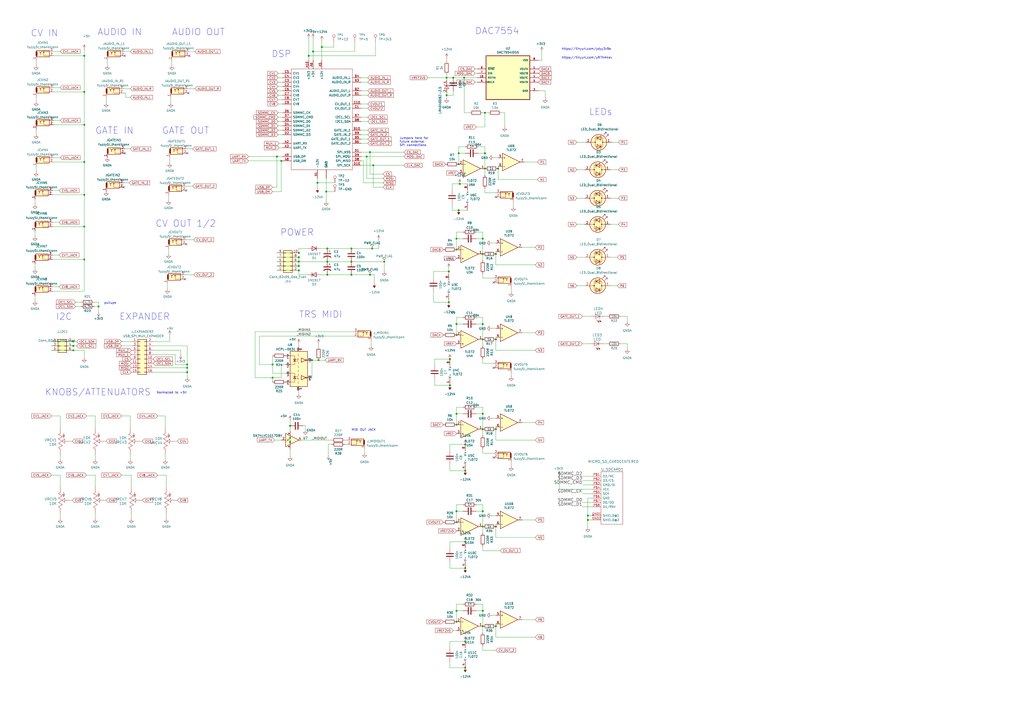
<source format=kicad_sch>
(kicad_sch (version 20220126) (generator eeschema)
  (paper "A2")
  (junction (at 264.795 360.68))
  (junction (at 281.305 65.405))
  (junction (at 264.795 240.03))
  (junction (at 260.985 208.28))
  (junction (at 42.545 203.2))
  (junction (at 160.655 90.805))
  (junction (at 163.195 93.345))
  (junction (at 158.115 219.075))
  (junction (at 57.15 177.8))
  (junction (at 180.975 208.915))
  (junction (at 173.355 154.305))
  (junction (at 108.585 215.9))
  (junction (at 189.865 151.765))
  (junction (at 266.7 106.68))
  (junction (at 280.035 354.33))
  (junction (at 269.875 387.35))
  (junction (at 264.795 138.43))
  (junction (at 214.63 88.265))
  (junction (at 262.89 45.085))
  (junction (at 42.545 200.66))
  (junction (at 264.795 144.78))
  (junction (at 189.865 144.145))
  (junction (at 340.995 301.625))
  (junction (at 269.875 273.05))
  (junction (at 108.585 211.455))
  (junction (at 214.63 159.385))
  (junction (at 287.655 196.85))
  (junction (at 158.115 211.455))
  (junction (at 108.585 213.36))
  (junction (at 264.795 354.33))
  (junction (at 173.355 149.225))
  (junction (at 179.07 32.385))
  (junction (at 269.24 45.085))
  (junction (at 184.15 106.045))
  (junction (at 189.865 159.385))
  (junction (at 212.725 90.805))
  (junction (at 269.875 329.565))
  (junction (at 260.985 223.52))
  (junction (at 266.065 88.9))
  (junction (at 280.035 240.03))
  (junction (at 340.995 299.085))
  (junction (at 259.08 55.245))
  (junction (at 287.655 147.32))
  (junction (at 281.305 97.79))
  (junction (at 280.035 187.96))
  (junction (at 280.035 138.43))
  (junction (at 168.275 247.015))
  (junction (at 203.835 159.385))
  (junction (at 280.035 305.435))
  (junction (at 184.785 208.915))
  (junction (at 264.795 187.96))
  (junction (at 269.875 372.11))
  (junction (at 280.035 147.32))
  (junction (at 259.08 45.085))
  (junction (at 203.835 144.145))
  (junction (at 42.545 198.12))
  (junction (at 48.895 131.445))
  (junction (at 269.875 314.325))
  (junction (at 266.065 121.92))
  (junction (at 216.535 95.885))
  (junction (at 173.355 156.845))
  (junction (at 280.035 363.22))
  (junction (at 266.065 95.25))
  (junction (at 280.035 196.85))
  (junction (at 222.885 151.765))
  (junction (at 264.795 246.38))
  (junction (at 48.895 72.39))
  (junction (at 264.795 296.545))
  (junction (at 280.035 248.92))
  (junction (at 264.795 302.895))
  (junction (at 264.795 194.31))
  (junction (at 203.835 151.765))
  (junction (at 288.925 97.79))
  (junction (at 173.355 146.685))
  (junction (at 280.035 296.545))
  (junction (at 215.9 144.145))
  (junction (at 186.69 27.305))
  (junction (at 260.35 157.48))
  (junction (at 48.895 150.495))
  (junction (at 269.875 257.81))
  (junction (at 287.655 363.22))
  (junction (at 48.895 32.385))
  (junction (at 173.355 151.765))
  (junction (at 48.895 93.98))
  (junction (at 281.305 88.9))
  (junction (at 260.35 175.26))
  (junction (at 48.895 53.34))
  (junction (at 189.23 111.125))
  (junction (at 287.655 248.92))
  (junction (at 287.655 305.435))
  (junction (at 48.895 113.03))
  (junction (at 181.61 29.845))
  (no_connect (at 286.385 163.83))
  (no_connect (at 286.385 265.43))
  (no_connect (at 286.385 213.36))
  (no_connect (at 109.855 32.385))
  (no_connect (at 287.655 114.3))
  (no_connect (at 72.39 32.385))
  (no_connect (at 107.95 141.605))
  (no_connect (at 108.585 88.9))
  (no_connect (at 71.755 108.585))
  (no_connect (at 72.39 88.9))
  (no_connect (at 107.95 110.49))
  (no_connect (at 107.315 161.925))
  (no_connect (at 109.22 53.975))
  (wire (pts (xy 159.385 255.27) (xy 163.195 255.27)))
  (wire (pts (xy 163.195 93.345) (xy 163.83 93.345)))
  (wire (pts (xy 20.955 34.925) (xy 20.955 38.1)))
  (wire (pts (xy 280.035 65.405) (xy 281.305 65.405)))
  (wire (pts (xy 161.29 47.625) (xy 163.83 47.625)))
  (wire (pts (xy 96.52 275.59) (xy 96.52 282.575)))
  (wire (pts (xy 210.82 106.045) (xy 222.25 106.045)))
  (wire (pts (xy 70.485 275.59) (xy 76.2 275.59)))
  (wire (pts (xy 251.46 175.26) (xy 260.35 175.26)))
  (wire (pts (xy 214.63 100.965) (xy 222.25 100.965)))
  (wire (pts (xy 175.895 247.015) (xy 177.165 247.015)))
  (wire (pts (xy 213.36 55.245) (xy 209.55 55.245)))
  (wire (pts (xy 184.785 208.915) (xy 188.595 208.915)))
  (wire (pts (xy 334.645 82.55) (xy 339.725 82.55)))
  (wire (pts (xy 112.395 159.385) (xy 107.315 159.385)))
  (wire (pts (xy 285.115 140.97) (xy 287.655 140.97)))
  (wire (pts (xy 288.925 97.79) (xy 288.925 104.14)))
  (wire (pts (xy 144.145 93.345) (xy 163.195 93.345)))
  (wire (pts (xy 259.08 55.245) (xy 259.08 57.15)))
  (wire (pts (xy 186.055 159.385) (xy 189.865 159.385)))
  (wire (pts (xy 286.385 161.29) (xy 280.035 161.29)))
  (wire (pts (xy 60.325 290.195) (xy 61.595 290.195)))
  (wire (pts (xy 61.595 56.515) (xy 61.595 59.69)))
  (wire (pts (xy 161.29 60.325) (xy 163.83 60.325)))
  (wire (pts (xy 163.195 93.345) (xy 163.195 111.125)))
  (wire (pts (xy 260.985 372.11) (xy 260.985 375.92)))
  (wire (pts (xy 150.495 194.945) (xy 150.495 211.455)))
  (wire (pts (xy 260.985 314.325) (xy 269.875 314.325)))
  (wire (pts (xy 192.405 257.81) (xy 190.5 257.81)))
  (wire (pts (xy 186.69 23.495) (xy 186.69 27.305)))
  (wire (pts (xy 30.48 110.49) (xy 34.29 110.49)))
  (wire (pts (xy 200.025 255.27) (xy 201.295 255.27)))
  (wire (pts (xy 285.115 356.87) (xy 287.655 356.87)))
  (wire (pts (xy 252.095 223.52) (xy 260.985 223.52)))
  (wire (pts (xy 73.025 56.515) (xy 73.025 53.975)))
  (wire (pts (xy 104.775 203.2) (xy 104.775 205.74)))
  (wire (pts (xy 352.425 183.515) (xy 350.52 183.515)))
  (wire (pts (xy 108.585 86.36) (xy 111.76 86.36)))
  (wire (pts (xy 316.23 52.705) (xy 312.42 52.705)))
  (wire (pts (xy 280.035 305.435) (xy 280.035 296.545)))
  (wire (pts (xy 88.9 213.36) (xy 108.585 213.36)))
  (wire (pts (xy 20.955 74.93) (xy 20.955 78.105)))
  (wire (pts (xy 91.44 241.3) (xy 95.885 241.3)))
  (wire (pts (xy 280.035 151.13) (xy 280.035 147.32)))
  (wire (pts (xy 48.895 28.575) (xy 48.895 32.385)))
  (wire (pts (xy 264.795 187.96) (xy 264.795 184.15)))
  (wire (pts (xy 160.655 146.685) (xy 173.355 146.685)))
  (wire (pts (xy 186.69 27.305) (xy 186.69 34.925)))
  (wire (pts (xy 302.895 245.11) (xy 310.515 245.11)))
  (wire (pts (xy 101.6 205.74) (xy 101.6 211.455)))
  (wire (pts (xy 280.035 147.32) (xy 280.035 138.43)))
  (wire (pts (xy 55.245 275.59) (xy 55.245 282.575)))
  (wire (pts (xy 276.225 354.33) (xy 280.035 354.33)))
  (wire (pts (xy 55.245 241.3) (xy 55.245 248.285)))
  (wire (pts (xy 251.46 157.48) (xy 251.46 161.29)))
  (wire (pts (xy 193.675 27.305) (xy 186.69 27.305)))
  (wire (pts (xy 173.355 154.305) (xy 173.355 151.765)))
  (wire (pts (xy 213.36 47.625) (xy 209.55 47.625)))
  (wire (pts (xy 70.485 198.12) (xy 76.2 198.12)))
  (wire (pts (xy 213.36 45.085) (xy 209.55 45.085)))
  (wire (pts (xy 281.305 88.9) (xy 281.305 85.09)))
  (wire (pts (xy 42.545 203.2) (xy 48.895 203.2)))
  (wire (pts (xy 260.985 329.565) (xy 269.875 329.565)))
  (wire (pts (xy 259.08 46.355) (xy 259.08 45.085)))
  (wire (pts (xy 88.9 203.2) (xy 104.775 203.2)))
  (wire (pts (xy 216.535 95.885) (xy 209.55 95.885)))
  (wire (pts (xy 173.355 156.845) (xy 173.355 159.385)))
  (wire (pts (xy 268.605 240.03) (xy 264.795 240.03)))
  (wire (pts (xy 280.035 138.43) (xy 280.035 134.62)))
  (wire (pts (xy 260.35 175.895) (xy 260.35 175.26)))
  (wire (pts (xy 205.74 29.845) (xy 181.61 29.845)))
  (wire (pts (xy 30.48 150.495) (xy 48.895 150.495)))
  (wire (pts (xy 287.655 195.58) (xy 287.655 196.85)))
  (wire (pts (xy 264.795 240.03) (xy 264.795 236.22)))
  (wire (pts (xy 189.865 144.145) (xy 203.835 144.145)))
  (wire (pts (xy 219.71 144.145) (xy 219.71 139.065)))
  (wire (pts (xy 76.2 275.59) (xy 76.2 282.575)))
  (wire (pts (xy 288.925 96.52) (xy 288.925 97.79)))
  (wire (pts (xy 287.655 147.32) (xy 287.655 153.67)))
  (wire (pts (xy 95.885 266.7) (xy 95.885 263.525)))
  (wire (pts (xy 108.585 213.36) (xy 108.585 215.9)))
  (wire (pts (xy 260.985 257.81) (xy 269.875 257.81)))
  (wire (pts (xy 43.815 177.8) (xy 46.99 177.8)))
  (wire (pts (xy 213.36 70.485) (xy 209.55 70.485)))
  (wire (pts (xy 107.95 107.95) (xy 111.76 107.95)))
  (wire (pts (xy 280.035 296.545) (xy 280.035 292.735)))
  (wire (pts (xy 31.115 91.44) (xy 34.925 91.44)))
  (wire (pts (xy 180.975 208.915) (xy 180.975 219.075)))
  (wire (pts (xy 340.995 301.625) (xy 340.995 306.07)))
  (wire (pts (xy 287.655 196.85) (xy 287.655 203.2)))
  (wire (pts (xy 324.485 283.845) (xy 343.535 283.845)))
  (wire (pts (xy 287.655 311.785) (xy 310.515 311.785)))
  (wire (pts (xy 214.63 88.265) (xy 234.315 88.265)))
  (wire (pts (xy 280.035 240.03) (xy 280.035 236.22)))
  (wire (pts (xy 158.115 216.535) (xy 165.735 216.535)))
  (wire (pts (xy 29.845 198.12) (xy 42.545 198.12)))
  (wire (pts (xy 189.23 111.125) (xy 194.31 111.125)))
  (wire (pts (xy 343.535 286.385) (xy 337.82 286.385)))
  (wire (pts (xy 324.485 276.225) (xy 324.485 283.845)))
  (wire (pts (xy 75.565 241.3) (xy 75.565 248.285)))
  (wire (pts (xy 181.61 29.845) (xy 181.61 34.925)))
  (wire (pts (xy 30.48 128.905) (xy 34.29 128.905)))
  (wire (pts (xy 150.495 211.455) (xy 158.115 211.455)))
  (wire (pts (xy 55.245 300.99) (xy 55.245 297.815)))
  (wire (pts (xy 205.74 24.13) (xy 205.74 29.845)))
  (wire (pts (xy 112.395 139.065) (xy 107.95 139.065)))
  (wire (pts (xy 97.79 144.145) (xy 97.79 147.32)))
  (wire (pts (xy 217.805 32.385) (xy 179.07 32.385)))
  (wire (pts (xy 160.655 151.765) (xy 173.355 151.765)))
  (wire (pts (xy 160.655 90.805) (xy 160.655 108.585)))
  (wire (pts (xy 358.775 98.425) (xy 354.33 98.425)))
  (wire (pts (xy 248.285 45.085) (xy 259.08 45.085)))
  (wire (pts (xy 161.925 83.185) (xy 163.83 83.185)))
  (wire (pts (xy 358.775 114.935) (xy 354.33 114.935)))
  (wire (pts (xy 184.15 106.045) (xy 194.31 106.045)))
  (wire (pts (xy 259.08 43.18) (xy 259.08 45.085)))
  (wire (pts (xy 262.255 118.11) (xy 262.255 121.92)))
  (wire (pts (xy 285.115 190.5) (xy 287.655 190.5)))
  (wire (pts (xy 212.725 90.805) (xy 209.55 90.805)))
  (wire (pts (xy 108.585 200.66) (xy 108.585 211.455)))
  (wire (pts (xy 286.385 210.82) (xy 280.035 210.82)))
  (wire (pts (xy 287.655 377.19) (xy 280.035 377.19)))
  (wire (pts (xy 158.115 211.455) (xy 158.115 216.535)))
  (wire (pts (xy 363.855 199.39) (xy 360.045 199.39)))
  (wire (pts (xy 34.925 275.59) (xy 34.925 282.575)))
  (wire (pts (xy 285.115 242.57) (xy 287.655 242.57)))
  (wire (pts (xy 57.15 175.26) (xy 57.15 177.8)))
  (wire (pts (xy 108.585 215.9) (xy 108.585 219.075)))
  (wire (pts (xy 358.14 165.735) (xy 354.33 165.735)))
  (wire (pts (xy 287.655 146.05) (xy 287.655 147.32)))
  (wire (pts (xy 70.485 200.66) (xy 76.2 200.66)))
  (wire (pts (xy 144.145 90.805) (xy 160.655 90.805)))
  (wire (pts (xy 268.605 187.96) (xy 264.795 187.96)))
  (wire (pts (xy 216.535 108.585) (xy 222.25 108.585)))
  (wire (pts (xy 288.925 104.14) (xy 311.785 104.14)))
  (wire (pts (xy 168.275 247.015) (xy 168.275 250.19)))
  (wire (pts (xy 213.36 80.645) (xy 209.55 80.645)))
  (wire (pts (xy 210.82 106.045) (xy 210.82 93.345)))
  (wire (pts (xy 296.545 218.44) (xy 296.545 215.9)))
  (wire (pts (xy 259.08 33.655) (xy 259.08 35.56)))
  (wire (pts (xy 213.36 62.865) (xy 209.55 62.865)))
  (wire (pts (xy 343.535 291.465) (xy 337.82 291.465)))
  (wire (pts (xy 95.885 241.3) (xy 95.885 248.285)))
  (wire (pts (xy 213.36 60.325) (xy 209.55 60.325)))
  (wire (pts (xy 81.28 290.195) (xy 82.55 290.195)))
  (wire (pts (xy 75.565 266.7) (xy 75.565 263.525)))
  (wire (pts (xy 281.305 65.405) (xy 283.21 65.405)))
  (wire (pts (xy 174.625 255.27) (xy 192.405 255.27)))
  (wire (pts (xy 302.895 301.625) (xy 310.515 301.625)))
  (wire (pts (xy 281.305 111.76) (xy 281.305 109.22)))
  (wire (pts (xy 363.855 186.69) (xy 363.855 183.515)))
  (wire (pts (xy 73.025 53.975) (xy 71.755 53.975)))
  (wire (pts (xy 158.115 221.615) (xy 158.115 219.075)))
  (wire (pts (xy 314.325 29.845) (xy 314.325 34.925)))
  (wire (pts (xy 98.425 91.44) (xy 98.425 94.615)))
  (wire (pts (xy 280.035 252.73) (xy 280.035 248.92)))
  (wire (pts (xy 30.48 166.37) (xy 34.29 166.37)))
  (wire (pts (xy 203.835 144.145) (xy 215.9 144.145)))
  (wire (pts (xy 96.52 300.99) (xy 96.52 297.815)))
  (wire (pts (xy 163.195 211.455) (xy 163.195 219.075)))
  (wire (pts (xy 316.23 57.15) (xy 316.23 52.705)))
  (wire (pts (xy 30.48 168.91) (xy 48.895 168.91)))
  (wire (pts (xy 30.48 113.03) (xy 48.895 113.03)))
  (wire (pts (xy 280.035 363.22) (xy 280.035 354.33)))
  (wire (pts (xy 304.165 93.98) (xy 311.785 93.98)))
  (wire (pts (xy 160.655 156.845) (xy 173.355 156.845)))
  (wire (pts (xy 161.29 67.945) (xy 163.83 67.945)))
  (wire (pts (xy 264.795 246.38) (xy 264.795 240.03)))
  (wire (pts (xy 20.32 153.035) (xy 20.32 156.21)))
  (wire (pts (xy 168.275 243.84) (xy 168.275 247.015)))
  (wire (pts (xy 161.29 55.245) (xy 163.83 55.245)))
  (wire (pts (xy 259.08 55.245) (xy 259.08 53.975)))
  (wire (pts (xy 268.605 354.33) (xy 264.795 354.33)))
  (wire (pts (xy 264.795 144.78) (xy 264.795 138.43)))
  (wire (pts (xy 173.355 149.225) (xy 173.355 151.765)))
  (wire (pts (xy 264.795 354.33) (xy 264.795 350.52)))
  (wire (pts (xy 48.895 203.2) (xy 48.895 207.645)))
  (wire (pts (xy 334.645 165.735) (xy 339.09 165.735)))
  (wire (pts (xy 48.895 150.495) (xy 48.895 131.445)))
  (wire (pts (xy 260.35 158.75) (xy 260.35 157.48)))
  (wire (pts (xy 269.875 88.9) (xy 266.065 88.9)))
  (wire (pts (xy 264.795 360.68) (xy 264.795 354.33)))
  (wire (pts (xy 203.835 159.385) (xy 214.63 159.385)))
  (wire (pts (xy 55.245 275.59) (xy 50.165 275.59)))
  (wire (pts (xy 55.245 266.7) (xy 55.245 263.525)))
  (wire (pts (xy 100.965 255.905) (xy 102.87 255.905)))
  (wire (pts (xy 260.985 257.81) (xy 260.985 261.62)))
  (wire (pts (xy 280.035 210.82) (xy 280.035 208.28)))
  (wire (pts (xy 50.165 241.3) (xy 55.245 241.3)))
  (wire (pts (xy 260.985 383.54) (xy 260.985 387.35)))
  (wire (pts (xy 99.06 56.515) (xy 99.06 59.69)))
  (wire (pts (xy 262.89 365.76) (xy 264.795 365.76)))
  (wire (pts (xy 31.115 32.385) (xy 48.895 32.385)))
  (wire (pts (xy 280.035 200.66) (xy 280.035 196.85)))
  (wire (pts (xy 276.225 296.545) (xy 280.035 296.545)))
  (wire (pts (xy 97.155 164.465) (xy 97.155 167.64)))
  (wire (pts (xy 161.29 50.165) (xy 163.83 50.165)))
  (wire (pts (xy 264.795 194.31) (xy 264.795 187.96)))
  (wire (pts (xy 29.845 200.66) (xy 42.545 200.66)))
  (wire (pts (xy 173.355 228.6) (xy 173.355 226.695)))
  (wire (pts (xy 70.485 241.3) (xy 75.565 241.3)))
  (wire (pts (xy 34.925 263.525) (xy 34.925 266.7)))
  (wire (pts (xy 161.29 52.705) (xy 163.83 52.705)))
  (wire (pts (xy 264.795 138.43) (xy 264.795 134.62)))
  (wire (pts (xy 101.6 290.195) (xy 102.87 290.195)))
  (wire (pts (xy 161.29 70.485) (xy 163.83 70.485)))
  (wire (pts (xy 31.115 50.8) (xy 34.925 50.8)))
  (wire (pts (xy 280.035 236.22) (xy 276.225 236.22)))
  (wire (pts (xy 290.83 65.405) (xy 292.735 65.405)))
  (wire (pts (xy 251.46 168.91) (xy 251.46 175.26)))
  (wire (pts (xy 264.795 134.62) (xy 268.605 134.62)))
  (wire (pts (xy 302.895 143.51) (xy 310.515 143.51)))
  (wire (pts (xy 343.535 281.305) (xy 337.82 281.305)))
  (wire (pts (xy 287.655 247.65) (xy 287.655 248.92)))
  (wire (pts (xy 72.39 29.845) (xy 75.565 29.845)))
  (wire (pts (xy 168.275 264.795) (xy 168.275 260.35)))
  (wire (pts (xy 31.115 53.34) (xy 48.895 53.34)))
  (wire (pts (xy 184.15 109.22) (xy 184.15 106.045)))
  (wire (pts (xy 287.655 305.435) (xy 287.655 311.785)))
  (wire (pts (xy 287.655 248.92) (xy 287.655 255.27)))
  (wire (pts (xy 269.24 45.085) (xy 276.86 45.085)))
  (wire (pts (xy 260.985 273.05) (xy 269.875 273.05)))
  (wire (pts (xy 260.985 325.755) (xy 260.985 329.565)))
  (wire (pts (xy 290.195 319.405) (xy 280.035 319.405)))
  (wire (pts (xy 334.645 130.175) (xy 339.09 130.175)))
  (wire (pts (xy 268.605 138.43) (xy 264.795 138.43)))
  (wire (pts (xy 281.305 97.79) (xy 281.305 88.9)))
  (wire (pts (xy 264.795 236.22) (xy 268.605 236.22)))
  (wire (pts (xy 352.425 199.39) (xy 349.885 199.39)))
  (wire (pts (xy 181.61 22.225) (xy 181.61 29.845)))
  (wire (pts (xy 20.32 115.57) (xy 20.32 118.745)))
  (wire (pts (xy 88.9 198.12) (xy 98.425 198.12)))
  (wire (pts (xy 165.735 211.455) (xy 163.195 211.455)))
  (wire (pts (xy 302.895 193.04) (xy 310.515 193.04)))
  (wire (pts (xy 161.29 75.565) (xy 163.83 75.565)))
  (wire (pts (xy 212.725 103.505) (xy 212.725 90.805)))
  (wire (pts (xy 343.535 278.765) (xy 337.82 278.765)))
  (wire (pts (xy 161.29 78.105) (xy 163.83 78.105)))
  (wire (pts (xy 109.22 51.435) (xy 113.03 51.435)))
  (wire (pts (xy 44.45 198.12) (xy 42.545 198.12)))
  (wire (pts (xy 343.535 294.005) (xy 337.82 294.005)))
  (wire (pts (xy 340.995 299.085) (xy 340.995 301.625)))
  (wire (pts (xy 34.925 241.3) (xy 34.925 248.285)))
  (wire (pts (xy 74.93 106.045) (xy 71.755 106.045)))
  (wire (pts (xy 297.815 120.015) (xy 297.815 116.84)))
  (wire (pts (xy 190.5 257.81) (xy 190.5 264.16)))
  (wire (pts (xy 177.165 247.015) (xy 177.165 249.555)))
  (wire (pts (xy 287.655 304.165) (xy 287.655 305.435)))
  (wire (pts (xy 275.59 42.545) (xy 276.86 42.545)))
  (wire (pts (xy 161.29 73.025) (xy 163.83 73.025)))
  (wire (pts (xy 20.32 171.45) (xy 20.32 174.625)))
  (wire (pts (xy 34.925 275.59) (xy 29.845 275.59)))
  (wire (pts (xy 97.79 113.03) (xy 97.79 116.205)))
  (wire (pts (xy 179.07 22.225) (xy 179.07 32.385)))
  (wire (pts (xy 179.07 32.385) (xy 179.07 34.925)))
  (wire (pts (xy 96.52 275.59) (xy 91.44 275.59)))
  (wire (pts (xy 213.36 67.945) (xy 209.55 67.945)))
  (wire (pts (xy 280.035 161.29) (xy 280.035 158.75)))
  (wire (pts (xy 222.885 151.765) (xy 222.885 157.48)))
  (wire (pts (xy 280.035 319.405) (xy 280.035 316.865)))
  (wire (pts (xy 286.385 91.44) (xy 288.925 91.44)))
  (wire (pts (xy 200.025 257.81) (xy 201.295 257.81)))
  (wire (pts (xy 76.2 300.99) (xy 76.2 297.815)))
  (wire (pts (xy 280.035 196.85) (xy 280.035 187.96)))
  (wire (pts (xy 280.035 309.245) (xy 280.035 305.435)))
  (wire (pts (xy 252.095 208.28) (xy 252.095 212.09)))
  (wire (pts (xy 343.535 276.225) (xy 337.82 276.225)))
  (wire (pts (xy 277.495 88.9) (xy 281.305 88.9)))
  (wire (pts (xy 276.225 138.43) (xy 280.035 138.43)))
  (wire (pts (xy 280.035 367.03) (xy 280.035 363.22)))
  (wire (pts (xy 262.89 45.085) (xy 269.24 45.085)))
  (wire (pts (xy 150.495 194.945) (xy 205.105 194.945)))
  (wire (pts (xy 275.59 40.005) (xy 276.86 40.005)))
  (wire (pts (xy 216.535 95.885) (xy 234.315 95.885)))
  (wire (pts (xy 276.225 73.66) (xy 281.305 73.66)))
  (wire (pts (xy 99.695 34.925) (xy 99.695 38.1)))
  (wire (pts (xy 275.59 47.625) (xy 276.86 47.625)))
  (wire (pts (xy 262.255 106.68) (xy 266.7 106.68)))
  (wire (pts (xy 158.115 206.375) (xy 158.115 211.455)))
  (wire (pts (xy 214.63 159.385) (xy 217.17 159.385)))
  (wire (pts (xy 354.33 149.225) (xy 358.14 149.225)))
  (wire (pts (xy 264.795 350.52) (xy 268.605 350.52)))
  (wire (pts (xy 210.82 93.345) (xy 209.55 93.345)))
  (wire (pts (xy 363.855 202.565) (xy 363.855 199.39)))
  (wire (pts (xy 280.035 350.52) (xy 276.225 350.52)))
  (wire (pts (xy 276.225 187.96) (xy 280.035 187.96)))
  (wire (pts (xy 189.23 111.125) (xy 189.23 116.84)))
  (wire (pts (xy 269.24 65.405) (xy 272.415 65.405)))
  (wire (pts (xy 266.065 88.9) (xy 266.065 85.09)))
  (wire (pts (xy 337.82 199.39) (xy 342.265 199.39)))
  (wire (pts (xy 266.7 106.68) (xy 271.145 106.68)))
  (wire (pts (xy 264.795 296.545) (xy 264.795 292.735)))
  (wire (pts (xy 158.115 111.125) (xy 163.195 111.125)))
  (wire (pts (xy 184.15 106.045) (xy 184.15 103.505)))
  (wire (pts (xy 281.305 85.09) (xy 277.495 85.09)))
  (wire (pts (xy 147.955 192.405) (xy 205.105 192.405)))
  (wire (pts (xy 266.065 121.92) (xy 271.145 121.92)))
  (wire (pts (xy 30.48 147.955) (xy 34.29 147.955)))
  (wire (pts (xy 40.005 255.905) (xy 41.91 255.905)))
  (wire (pts (xy 193.675 24.13) (xy 193.675 27.305)))
  (wire (pts (xy 71.755 51.435) (xy 75.565 51.435)))
  (wire (pts (xy 48.895 168.91) (xy 48.895 150.495)))
  (wire (pts (xy 281.305 73.66) (xy 281.305 65.405)))
  (wire (pts (xy 262.255 121.92) (xy 266.065 121.92)))
  (wire (pts (xy 252.095 208.28) (xy 260.985 208.28)))
  (wire (pts (xy 296.545 270.51) (xy 296.545 267.97)))
  (wire (pts (xy 184.785 199.39) (xy 184.785 201.295)))
  (wire (pts (xy 213.36 83.185) (xy 209.55 83.185)))
  (wire (pts (xy 302.895 359.41) (xy 310.515 359.41)))
  (wire (pts (xy 88.9 205.74) (xy 101.6 205.74)))
  (wire (pts (xy 286.385 262.89) (xy 280.035 262.89)))
  (wire (pts (xy 29.845 203.2) (xy 42.545 203.2)))
  (wire (pts (xy 334.645 98.425) (xy 339.09 98.425)))
  (wire (pts (xy 161.29 42.545) (xy 163.83 42.545)))
  (wire (pts (xy 48.895 32.385) (xy 48.895 53.34)))
  (wire (pts (xy 215.265 200.66) (xy 215.265 197.485)))
  (wire (pts (xy 264.795 184.15) (xy 268.605 184.15)))
  (wire (pts (xy 178.435 144.145) (xy 173.355 144.145)))
  (wire (pts (xy 212.725 103.505) (xy 222.25 103.505)))
  (wire (pts (xy 48.895 131.445) (xy 48.895 113.03)))
  (wire (pts (xy 108.585 211.455) (xy 108.585 213.36)))
  (wire (pts (xy 260.985 314.325) (xy 260.985 318.135)))
  (wire (pts (xy 160.655 108.585) (xy 158.115 108.585)))
  (wire (pts (xy 280.035 187.96) (xy 280.035 184.15)))
  (wire (pts (xy 358.775 130.175) (xy 354.33 130.175)))
  (wire (pts (xy 20.955 96.52) (xy 20.955 99.695)))
  (wire (pts (xy 54.61 175.26) (xy 57.15 175.26)))
  (wire (pts (xy 292.735 65.405) (xy 292.735 73.66)))
  (wire (pts (xy 20.955 55.88) (xy 20.955 59.055)))
  (wire (pts (xy 31.115 93.98) (xy 48.895 93.98)))
  (wire (pts (xy 101.6 211.455) (xy 108.585 211.455)))
  (wire (pts (xy 160.655 149.225) (xy 173.355 149.225)))
  (wire (pts (xy 189.865 159.385) (xy 203.835 159.385)))
  (wire (pts (xy 260.985 372.11) (xy 269.875 372.11)))
  (wire (pts (xy 180.975 208.915) (xy 184.785 208.915)))
  (wire (pts (xy 161.29 57.785) (xy 163.83 57.785)))
  (wire (pts (xy 48.895 72.39) (xy 48.895 53.34)))
  (wire (pts (xy 147.955 219.075) (xy 158.115 219.075)))
  (wire (pts (xy 211.455 260.35) (xy 211.455 262.89)))
  (wire (pts (xy 48.895 72.39) (xy 48.895 93.98)))
  (wire (pts (xy 252.095 219.71) (xy 252.095 223.52)))
  (wire (pts (xy 266.065 95.25) (xy 266.065 88.9)))
  (wire (pts (xy 213.36 78.105) (xy 209.55 78.105)))
  (wire (pts (xy 287.655 153.67) (xy 310.515 153.67)))
  (wire (pts (xy 43.815 175.26) (xy 46.99 175.26)))
  (wire (pts (xy 268.605 296.545) (xy 264.795 296.545)))
  (wire (pts (xy 260.35 175.26) (xy 260.35 173.99)))
  (wire (pts (xy 280.035 248.92) (xy 280.035 240.03)))
  (wire (pts (xy 262.89 55.245) (xy 262.89 52.705)))
  (wire (pts (xy 109.855 29.845) (xy 113.03 29.845)))
  (wire (pts (xy 281.305 101.6) (xy 281.305 97.79)))
  (wire (pts (xy 280.035 354.33) (xy 280.035 350.52)))
  (wire (pts (xy 160.655 154.305) (xy 173.355 154.305)))
  (wire (pts (xy 213.36 52.705) (xy 209.55 52.705)))
  (wire (pts (xy 343.535 288.925) (xy 340.995 288.925)))
  (wire (pts (xy 280.035 292.735) (xy 276.225 292.735)))
  (wire (pts (xy 363.855 183.515) (xy 360.045 183.515)))
  (wire (pts (xy 75.565 56.515) (xy 73.025 56.515)))
  (wire (pts (xy 314.325 34.925) (xy 312.42 34.925)))
  (wire (pts (xy 287.655 203.2) (xy 310.515 203.2)))
  (wire (pts (xy 280.035 184.15) (xy 276.225 184.15)))
  (wire (pts (xy 62.23 34.925) (xy 62.23 38.1)))
  (wire (pts (xy 216.535 108.585) (xy 216.535 95.885)))
  (wire (pts (xy 186.055 144.145) (xy 189.865 144.145)))
  (wire (pts (xy 20.32 133.985) (xy 20.32 137.16)))
  (wire (pts (xy 259.08 45.085) (xy 262.89 45.085)))
  (wire (pts (xy 285.115 299.085) (xy 287.655 299.085)))
  (wire (pts (xy 88.9 200.66) (xy 108.585 200.66)))
  (wire (pts (xy 287.655 363.22) (xy 287.655 369.57)))
  (wire (pts (xy 173.355 159.385) (xy 178.435 159.385)))
  (wire (pts (xy 269.24 45.085) (xy 269.24 65.405)))
  (wire (pts (xy 343.535 299.085) (xy 340.995 299.085)))
  (wire (pts (xy 264.795 302.895) (xy 264.795 296.545)))
  (wire (pts (xy 161.29 45.085) (xy 163.83 45.085)))
  (wire (pts (xy 34.925 300.99) (xy 34.925 297.815)))
  (wire (pts (xy 354.965 82.55) (xy 358.775 82.55)))
  (wire (pts (xy 57.15 180.975) (xy 57.15 177.8)))
  (wire (pts (xy 213.36 75.565) (xy 209.55 75.565)))
  (wire (pts (xy 260.985 269.24) (xy 260.985 273.05)))
  (wire (pts (xy 203.835 151.765) (xy 222.885 151.765)))
  (wire (pts (xy 212.725 90.805) (xy 234.315 90.805)))
  (wire (pts (xy 217.805 24.13) (xy 217.805 32.385)))
  (wire (pts (xy 80.645 255.905) (xy 82.55 255.905)))
  (wire (pts (xy 189.23 103.505) (xy 189.23 111.125)))
  (wire (pts (xy 41.91 290.195) (xy 40.005 290.195)))
  (wire (pts (xy 280.035 262.89) (xy 280.035 260.35)))
  (wire (pts (xy 98.425 194.31) (xy 98.425 198.12)))
  (wire (pts (xy 147.955 192.405) (xy 147.955 219.075)))
  (wire (pts (xy 334.645 114.935) (xy 339.09 114.935)))
  (wire (pts (xy 54.61 177.8) (xy 57.15 177.8)))
  (wire (pts (xy 264.795 292.735) (xy 268.605 292.735)))
  (wire (pts (xy 337.82 183.515) (xy 342.9 183.515)))
  (wire (pts (xy 173.355 199.39) (xy 173.355 201.295)))
  (wire (pts (xy 334.645 149.225) (xy 339.09 149.225)))
  (wire (pts (xy 75.565 86.36) (xy 72.39 86.36)))
  (wire (pts (xy 161.29 65.405) (xy 163.83 65.405)))
  (wire (pts (xy 260.35 157.48) (xy 260.35 155.575)))
  (wire (pts (xy 287.655 111.76) (xy 281.305 111.76)))
  (wire (pts (xy 173.355 144.145) (xy 173.355 146.685)))
  (wire (pts (xy 44.45 200.66) (xy 42.545 200.66)))
  (wire (pts (xy 31.115 69.85) (xy 34.925 69.85)))
  (wire (pts (xy 214.63 88.265) (xy 209.55 88.265)))
  (wire (pts (xy 266.065 85.09) (xy 269.875 85.09)))
  (wire (pts (xy 217.17 159.385) (xy 217.17 164.465)))
  (wire (pts (xy 161.925 85.725) (xy 163.83 85.725)))
  (wire (pts (xy 262.255 106.68) (xy 262.255 110.49)))
  (wire (pts (xy 158.115 219.075) (xy 163.195 219.075)))
  (wire (pts (xy 31.115 29.845) (xy 34.925 29.845)))
  (wire (pts (xy 214.63 100.965) (xy 214.63 88.265)))
  (wire (pts (xy 259.08 55.245) (xy 262.89 55.245)))
  (wire (pts (xy 287.655 369.57) (xy 310.515 369.57)))
  (wire (pts (xy 34.925 241.3) (xy 29.845 241.3)))
  (wire (pts (xy 287.655 255.27) (xy 310.515 255.27)))
  (wire (pts (xy 276.225 240.03) (xy 280.035 240.03)))
  (wire (pts (xy 296.545 169.545) (xy 296.545 166.37)))
  (wire (pts (xy 280.035 134.62) (xy 276.225 134.62)))
  (wire (pts (xy 260.985 387.35) (xy 269.875 387.35)))
  (wire (pts (xy 30.48 131.445) (xy 48.895 131.445)))
  (wire (pts (xy 173.355 151.765) (xy 189.865 151.765)))
  (wire (pts (xy 215.9 144.145) (xy 219.71 144.145)))
  (wire (pts (xy 88.9 215.9) (xy 108.585 215.9)))
  (wire (pts (xy 160.655 90.805) (xy 163.83 90.805)))
  (wire (pts (xy 31.115 72.39) (xy 48.895 72.39)))
  (wire (pts (xy 189.865 151.765) (xy 203.835 151.765)))
  (wire (pts (xy 251.46 157.48) (xy 260.35 157.48)))
  (wire (pts (xy 60.325 255.905) (xy 61.595 255.905)))
  (wire (pts (xy 280.035 377.19) (xy 280.035 374.65)))
  (wire (pts (xy 287.655 361.95) (xy 287.655 363.22)))
  (wire (pts (xy 340.995 301.625) (xy 343.535 301.625)))
  (wire (pts (xy 340.995 288.925) (xy 340.995 299.085)))
  (wire (pts (xy 48.895 93.98) (xy 48.895 113.03)))
  (text "DSP" (at 157.48 33.655 0) (effects (font (size 3.81 3.81)) (justify left bottom)))
  (text "CV IN" (at 17.78 21.59 0) (effects (font (size 3.81 3.81)) (justify left bottom)))
  (text "EXPANDER" (at 69.215 186.055 0) (effects (font (size 3.81 3.81)) (justify left bottom)))
  (text "AUDIO OUT" (at 99.695 20.955 0) (effects (font (size 3.81 3.81)) (justify left bottom)))
  (text "Jumpers here for\nfuture external\nSPI connections" (at 231.775 85.09 0) (effects (font (size 1.27 1.27)) (justify left bottom)))
  (text "POWER" (at 162.56 137.16 0) (effects (font (size 3.81 3.81)) (justify left bottom)))
  (text "DAC7554" (at 275.59 20.32 0) (effects (font (size 3.81 3.81)) (justify left bottom)))
  (text "TRS MIDI" (at 173.355 184.785 0) (effects (font (size 3.81 3.81)) (justify left bottom)))
  (text "MIDI OUT JACK" (at 203.835 250.19 0) (effects (font (size 1.27 1.27)) (justify left bottom)))
  (text "pullups" (at 60.325 176.53 0) (effects (font (size 1.27 1.27)) (justify left bottom)))
  (text "https://tinyurl.com/ydyy3v9a" (at 325.755 29.21 0) (effects (font (size 1.27 1.27)) (justify left bottom)))
  (text "KNOBS/ATTENUATORS" (at 26.035 229.87 0) (effects (font (size 3.81 3.81)) (justify left bottom)))
  (text "I2C" (at 32.385 186.055 0) (effects (font (size 3.81 3.81)) (justify left bottom)))
  (text "https://tinyurl.com/y97hmkev" (at 325.755 34.29 0) (effects (font (size 1.27 1.27)) (justify left bottom)))
  (text "CV OUT 1/2" (at 90.17 132.08 0) (effects (font (size 3.81 3.81)) (justify left bottom)))
  (text "GATE OUT" (at 93.98 78.105 0) (effects (font (size 3.81 3.81)) (justify left bottom)))
  (text "GATE IN" (at 55.245 78.105 0) (effects (font (size 3.81 3.81)) (justify left bottom)))
  (text "AUDIO IN" (at 56.515 20.955 0) (effects (font (size 3.81 3.81)) (justify left bottom)))
  (text "LEDs" (at 341.63 67.31 0) (effects (font (size 3.81 3.81)) (justify left bottom)))
  (text "Normalled to +5V" (at 90.805 228.6 0) (effects (font (size 1.27 1.27)) (justify left bottom)))
  (label "SDMMC_D0" (at 337.82 291.465 0) (effects (font (size 1.778 1.778))))
  (label "SDMMC_D1" (at 337.82 294.005 0) (effects (font (size 1.778 1.778))))
  (label "_MIDIIN2" (at 172.085 194.945 0))
  (label "SDMMC_D3" (at 337.82 278.765 0) (effects (font (size 1.778 1.778))))
  (label "_MIDIIN1" (at 172.085 192.405 0))
  (label "SDMMC_CMD" (at 337.82 281.305 0) (effects (font (size 1.778 1.778))))
  (label "SDMMC_CK" (at 337.82 286.385 0) (effects (font (size 1.778 1.778))))
  (label "SDMMC_D2" (at 337.82 276.225 0) (effects (font (size 1.778 1.778))))
  (label "GND" (at 343.535 299.085 0) (effects (font (size 0.254 0.254))))
  (label "_MIDIOUT" (at 180.975 255.27 0))
  (global_label "CV1_JACK" (shape input) (at 34.925 29.845 0) (property "Intersheetrefs" "${INTERSHEET_REFS}" (effects hide)))
  (global_label "UART_RX" (shape input) (at 188.595 208.915 0) (property "Intersheetrefs" "${INTERSHEET_REFS}" (effects hide)))
  (global_label "DACB" (shape input) (at 257.175 144.78 180) (property "Intersheetrefs" "${INTERSHEET_REFS}" (effects hide)))
  (global_label "CLK" (shape input) (at 222.25 108.585 0) (property "Intersheetrefs" "${INTERSHEET_REFS}" (effects hide)))
  (global_label "AUDIO_OUT_R" (shape input) (at 213.36 55.245 0) (property "Intersheetrefs" "${INTERSHEET_REFS}" (effects hide)))
  (global_label "N2" (shape input) (at 310.515 153.67 0) (property "Intersheetrefs" "${INTERSHEET_REFS}" (effects hide)))
  (global_label "CV8" (shape input) (at 102.87 290.195 0) (property "Intersheetrefs" "${INTERSHEET_REFS}" (effects hide)))
  (global_label "GATE_IN_2" (shape input) (at 213.36 78.105 0) (property "Intersheetrefs" "${INTERSHEET_REFS}" (effects hide)))
  (global_label "USB_DP" (shape input) (at 70.485 198.12 180) (property "Intersheetrefs" "${INTERSHEET_REFS}" (effects hide)))
  (global_label "CV1" (shape input) (at 161.29 42.545 180) (property "Intersheetrefs" "${INTERSHEET_REFS}" (effects hide)))
  (global_label "P2" (shape input) (at 310.515 143.51 0) (property "Intersheetrefs" "${INTERSHEET_REFS}" (effects hide)))
  (global_label "VREF" (shape input) (at 264.795 149.86 180) (property "Intersheetrefs" "${INTERSHEET_REFS}" (effects hide)))
  (global_label "UART_TX" (shape input) (at 144.145 93.345 180) (property "Intersheetrefs" "${INTERSHEET_REFS}" (effects hide)))
  (global_label "CV3_JACK" (shape input) (at 70.485 241.3 180) (property "Intersheetrefs" "${INTERSHEET_REFS}" (effects hide)))
  (global_label "CS_DAC" (shape input) (at 275.59 40.005 180) (property "Intersheetrefs" "${INTERSHEET_REFS}" (effects hide)))
  (global_label "CV8" (shape input) (at 161.29 60.325 180) (property "Intersheetrefs" "${INTERSHEET_REFS}" (effects hide)))
  (global_label "CV8_JACK" (shape input) (at 91.44 275.59 180) (property "Intersheetrefs" "${INTERSHEET_REFS}" (effects hide)))
  (global_label "I2C1_SDA" (shape input) (at 213.36 70.485 0) (property "Intersheetrefs" "${INTERSHEET_REFS}" (effects hide)))
  (global_label "N1" (shape input) (at 311.785 104.14 0) (property "Intersheetrefs" "${INTERSHEET_REFS}" (effects hide)))
  (global_label "DACA" (shape input) (at 258.445 95.25 180) (property "Intersheetrefs" "${INTERSHEET_REFS}" (effects hide)))
  (global_label "CV6_JACK" (shape input) (at 50.165 275.59 180) (property "Intersheetrefs" "${INTERSHEET_REFS}" (effects hide)))
  (global_label "N4" (shape input) (at 310.515 255.27 0) (property "Intersheetrefs" "${INTERSHEET_REFS}" (effects hide)))
  (global_label "CV_OUT_2" (shape input) (at 112.395 159.385 0) (property "Intersheetrefs" "${INTERSHEET_REFS}" (effects hide)))
  (global_label "UART_RX" (shape input) (at 144.145 90.805 180) (property "Intersheetrefs" "${INTERSHEET_REFS}" (effects hide)))
  (global_label "CV4_JACK" (shape input) (at 34.925 91.44 0) (property "Intersheetrefs" "${INTERSHEET_REFS}" (effects hide)))
  (global_label "AUDIO_IN_L" (shape input) (at 75.565 29.845 0) (property "Intersheetrefs" "${INTERSHEET_REFS}" (effects hide)))
  (global_label "MOSI" (shape input) (at 76.2 210.82 180) (property "Intersheetrefs" "${INTERSHEET_REFS}" (effects hide)))
  (global_label "VREF2v5" (shape input) (at 248.285 45.085 180) (property "Intersheetrefs" "${INTERSHEET_REFS}" (effects hide)))
  (global_label "N5" (shape input) (at 334.645 149.225 180) (property "Intersheetrefs" "${INTERSHEET_REFS}" (effects hide)))
  (global_label "CV7" (shape input) (at 161.29 57.785 180) (property "Intersheetrefs" "${INTERSHEET_REFS}" (effects hide)))
  (global_label "P5" (shape input) (at 358.14 149.225 0) (property "Intersheetrefs" "${INTERSHEET_REFS}" (effects hide)))
  (global_label "CV5_JACK" (shape input) (at 34.29 110.49 0) (property "Intersheetrefs" "${INTERSHEET_REFS}" (effects hide)))
  (global_label "I2C1_SCL" (shape input) (at 43.815 175.26 180) (property "Intersheetrefs" "${INTERSHEET_REFS}" (effects hide)))
  (global_label "CV7" (shape input) (at 82.55 290.195 0) (property "Intersheetrefs" "${INTERSHEET_REFS}" (effects hide)))
  (global_label "CV2" (shape input) (at 61.595 255.905 0) (property "Intersheetrefs" "${INTERSHEET_REFS}" (effects hide)))
  (global_label "VREF" (shape input) (at 264.795 251.46 180) (property "Intersheetrefs" "${INTERSHEET_REFS}" (effects hide)))
  (global_label "GATE_OUT_1" (shape input) (at 213.36 80.645 0) (property "Intersheetrefs" "${INTERSHEET_REFS}" (effects hide)))
  (global_label "P3" (shape input) (at 310.515 193.04 0) (property "Intersheetrefs" "${INTERSHEET_REFS}" (effects hide)))
  (global_label "I2C1_SDA" (shape input) (at 44.45 198.12 0) (property "Intersheetrefs" "${INTERSHEET_REFS}" (effects hide)))
  (global_label "CV3" (shape input) (at 161.29 47.625 180) (property "Intersheetrefs" "${INTERSHEET_REFS}" (effects hide)))
  (global_label "AUDIO_OUT_L" (shape input) (at 213.36 52.705 0) (property "Intersheetrefs" "${INTERSHEET_REFS}" (effects hide)))
  (global_label "N3" (shape input) (at 334.645 114.935 180) (property "Intersheetrefs" "${INTERSHEET_REFS}" (effects hide)))
  (global_label "P2" (shape input) (at 358.775 98.425 0) (property "Intersheetrefs" "${INTERSHEET_REFS}" (effects hide)))
  (global_label "CS" (shape input) (at 76.2 208.28 180) (property "Intersheetrefs" "${INTERSHEET_REFS}" (effects hide)))
  (global_label "CS" (shape input) (at 222.25 100.965 0) (property "Intersheetrefs" "${INTERSHEET_REFS}" (effects hide)))
  (global_label "N4" (shape input) (at 334.645 130.175 180) (property "Intersheetrefs" "${INTERSHEET_REFS}" (effects hide)))
  (global_label "CV_OUT_1" (shape input) (at 290.195 319.405 0) (property "Intersheetrefs" "${INTERSHEET_REFS}" (effects hide)))
  (global_label "VREF" (shape input) (at 266.065 100.33 180) (property "Intersheetrefs" "${INTERSHEET_REFS}" (effects hide)))
  (global_label "CV4_JACK" (shape input) (at 91.44 241.3 180) (property "Intersheetrefs" "${INTERSHEET_REFS}" (effects hide)))
  (global_label "N2" (shape input) (at 334.645 98.425 180) (property "Intersheetrefs" "${INTERSHEET_REFS}" (effects hide)))
  (global_label "SDMMC_D1" (shape input) (at 161.29 73.025 180) (property "Intersheetrefs" "${INTERSHEET_REFS}" (effects hide)))
  (global_label "CV_OUT_1" (shape input) (at 112.395 139.065 0) (property "Intersheetrefs" "${INTERSHEET_REFS}" (effects hide)))
  (global_label "GATE_IN_1" (shape input) (at 213.36 75.565 0) (property "Intersheetrefs" "${INTERSHEET_REFS}" (effects hide)))
  (global_label "VREF2v5" (shape input) (at 264.795 307.975 180) (property "Intersheetrefs" "${INTERSHEET_REFS}" (effects hide)))
  (global_label "CS_DAC" (shape input) (at 234.315 88.265 0) (property "Intersheetrefs" "${INTERSHEET_REFS}" (effects hide)))
  (global_label "AUDIO_IN_R" (shape input) (at 213.36 47.625 0) (property "Intersheetrefs" "${INTERSHEET_REFS}" (effects hide)))
  (global_label "VREF" (shape input) (at 276.225 73.66 180) (property "Intersheetrefs" "${INTERSHEET_REFS}" (effects hide)))
  (global_label "N1" (shape input) (at 334.645 82.55 180) (property "Intersheetrefs" "${INTERSHEET_REFS}" (effects hide)))
  (global_label "SDMMC_D3" (shape input) (at 161.29 78.105 180) (property "Intersheetrefs" "${INTERSHEET_REFS}" (effects hide)))
  (global_label "CV3" (shape input) (at 82.55 255.905 0) (property "Intersheetrefs" "${INTERSHEET_REFS}" (effects hide)))
  (global_label "CV2" (shape input) (at 161.29 45.085 180) (property "Intersheetrefs" "${INTERSHEET_REFS}" (effects hide)))
  (global_label "USB_DM" (shape input) (at 70.485 200.66 180) (property "Intersheetrefs" "${INTERSHEET_REFS}" (effects hide)))
  (global_label "P4" (shape input) (at 358.775 130.175 0) (property "Intersheetrefs" "${INTERSHEET_REFS}" (effects hide)))
  (global_label "CV2_JACK" (shape input) (at 50.165 241.3 180) (property "Intersheetrefs" "${INTERSHEET_REFS}" (effects hide)))
  (global_label "AUDIO_IN_L" (shape input) (at 213.36 45.085 0) (property "Intersheetrefs" "${INTERSHEET_REFS}" (effects hide)))
  (global_label "DACY" (shape input) (at 312.42 47.625 0) (property "Intersheetrefs" "${INTERSHEET_REFS}" (effects hide)))
  (global_label "MUX_1" (shape input) (at 76.2 205.74 180) (property "Intersheetrefs" "${INTERSHEET_REFS}" (effects hide)))
  (global_label "P6" (shape input) (at 358.14 165.735 0) (property "Intersheetrefs" "${INTERSHEET_REFS}" (effects hide)))
  (global_label "CV4" (shape input) (at 102.87 255.905 0) (property "Intersheetrefs" "${INTERSHEET_REFS}" (effects hide)))
  (global_label "SDMMC_CK" (shape input) (at 161.29 65.405 180) (property "Intersheetrefs" "${INTERSHEET_REFS}" (effects hide)))
  (global_label "N6" (shape input) (at 334.645 165.735 180) (property "Intersheetrefs" "${INTERSHEET_REFS}" (effects hide)))
  (global_label "MOSI_DAC" (shape input) (at 234.315 90.805 0) (property "Intersheetrefs" "${INTERSHEET_REFS}" (effects hide)))
  (global_label "SDMMC_D0" (shape input) (at 161.29 70.485 180) (property "Intersheetrefs" "${INTERSHEET_REFS}" (effects hide)))
  (global_label "GATE_OUT_1" (shape input) (at 111.76 86.36 0) (property "Intersheetrefs" "${INTERSHEET_REFS}" (effects hide)))
  (global_label "DACY" (shape input) (at 257.175 246.38 180) (property "Intersheetrefs" "${INTERSHEET_REFS}" (effects hide)))
  (global_label "CVOUT1" (shape input) (at 213.36 60.325 0) (property "Intersheetrefs" "${INTERSHEET_REFS}" (effects hide)))
  (global_label "GATE_OUT_2" (shape input) (at 337.82 199.39 180) (property "Intersheetrefs" "${INTERSHEET_REFS}" (effects hide)))
  (global_label "AUDIO_IN_L" (shape input) (at 75.565 56.515 0) (property "Intersheetrefs" "${INTERSHEET_REFS}" (effects hide)))
  (global_label "I2C1_SCL" (shape input) (at 213.36 67.945 0) (property "Intersheetrefs" "${INTERSHEET_REFS}" (effects hide)))
  (global_label "CV5_JACK" (shape input) (at 29.845 275.59 180) (property "Intersheetrefs" "${INTERSHEET_REFS}" (effects hide)))
  (global_label "CLK_DAC" (shape input) (at 275.59 47.625 180) (property "Intersheetrefs" "${INTERSHEET_REFS}" (effects hide)))
  (global_label "GATE_IN_2" (shape input) (at 74.93 106.045 0) (property "Intersheetrefs" "${INTERSHEET_REFS}" (effects hide)))
  (global_label "CVOUT1" (shape input) (at 257.175 302.895 180) (property "Intersheetrefs" "${INTERSHEET_REFS}" (effects hide)))
  (global_label "GATE_IN_1" (shape input) (at 75.565 86.36 0) (property "Intersheetrefs" "${INTERSHEET_REFS}" (effects hide)))
  (global_label "MUX_1" (shape input) (at 161.925 83.185 180) (property "Intersheetrefs" "${INTERSHEET_REFS}" (effects hide)))
  (global_label "VREF2v5" (shape input) (at 262.89 365.76 180) (property "Intersheetrefs" "${INTERSHEET_REFS}" (effects hide)))
  (global_label "SDMMC_D2" (shape input) (at 161.29 75.565 180) (property "Intersheetrefs" "${INTERSHEET_REFS}" (effects hide)))
  (global_label "AUDIO_IN_R" (shape input) (at 75.565 51.435 0) (property "Intersheetrefs" "${INTERSHEET_REFS}" (effects hide)))
  (global_label "CV_OUT_2" (shape input) (at 287.655 377.19 0) (property "Intersheetrefs" "${INTERSHEET_REFS}" (effects hide)))
  (global_label "AUDIO_OUT_R" (shape input) (at 113.03 51.435 0) (property "Intersheetrefs" "${INTERSHEET_REFS}" (effects hide)))
  (global_label "P5" (shape input) (at 310.515 301.625 0) (property "Intersheetrefs" "${INTERSHEET_REFS}" (effects hide)))
  (global_label "MOSI" (shape input) (at 222.25 103.505 0) (property "Intersheetrefs" "${INTERSHEET_REFS}" (effects hide)))
  (global_label "DACX" (shape input) (at 257.175 194.31 180) (property "Intersheetrefs" "${INTERSHEET_REFS}" (effects hide)))
  (global_label "MOSI_DAC" (shape input) (at 275.59 42.545 180) (property "Intersheetrefs" "${INTERSHEET_REFS}" (effects hide)))
  (global_label "GATE_OUT_2" (shape input) (at 111.76 107.95 0) (property "Intersheetrefs" "${INTERSHEET_REFS}" (effects hide)))
  (global_label "N5" (shape input) (at 310.515 311.785 0) (property "Intersheetrefs" "${INTERSHEET_REFS}" (effects hide)))
  (global_label "CV2_JACK" (shape input) (at 34.925 50.8 0) (property "Intersheetrefs" "${INTERSHEET_REFS}" (effects hide)))
  (global_label "GATE_OUT_1" (shape input) (at 337.82 183.515 180) (property "Intersheetrefs" "${INTERSHEET_REFS}" (effects hide)))
  (global_label "CLK" (shape input) (at 76.2 215.9 180) (property "Intersheetrefs" "${INTERSHEET_REFS}" (effects hide)))
  (global_label "CV6_JACK" (shape input) (at 34.29 128.905 0) (property "Intersheetrefs" "${INTERSHEET_REFS}" (effects hide)))
  (global_label "DACB" (shape input) (at 312.42 42.545 0) (property "Intersheetrefs" "${INTERSHEET_REFS}" (effects hide)))
  (global_label "I2C1_SCL" (shape input) (at 44.45 200.66 0) (property "Intersheetrefs" "${INTERSHEET_REFS}" (effects hide)))
  (global_label "P6" (shape input) (at 310.515 359.41 0) (property "Intersheetrefs" "${INTERSHEET_REFS}" (effects hide)))
  (global_label "AUDIO_OUT_L" (shape input) (at 113.03 29.845 0) (property "Intersheetrefs" "${INTERSHEET_REFS}" (effects hide)))
  (global_label "P1" (shape input) (at 311.785 93.98 0) (property "Intersheetrefs" "${INTERSHEET_REFS}" (effects hide)))
  (global_label "DACX" (shape input) (at 312.42 45.085 0) (property "Intersheetrefs" "${INTERSHEET_REFS}" (effects hide)))
  (global_label "CV4" (shape input) (at 161.29 50.165 180) (property "Intersheetrefs" "${INTERSHEET_REFS}" (effects hide)))
  (global_label "N3" (shape input) (at 310.515 203.2 0) (property "Intersheetrefs" "${INTERSHEET_REFS}" (effects hide)))
  (global_label "VREF" (shape input) (at 264.795 199.39 180) (property "Intersheetrefs" "${INTERSHEET_REFS}" (effects hide)))
  (global_label "I2C1_SDA" (shape input) (at 43.815 177.8 180) (property "Intersheetrefs" "${INTERSHEET_REFS}" (effects hide)))
  (global_label "MUX_2" (shape input) (at 76.2 203.2 180) (property "Intersheetrefs" "${INTERSHEET_REFS}" (effects hide)))
  (global_label "CV6" (shape input) (at 161.29 55.245 180) (property "Intersheetrefs" "${INTERSHEET_REFS}" (effects hide)))
  (global_label "I2C1_SCL" (shape input) (at 88.9 208.28 0) (property "Intersheetrefs" "${INTERSHEET_REFS}" (effects hide)))
  (global_label "UART_TX" (shape input) (at 159.385 255.27 180) (property "Intersheetrefs" "${INTERSHEET_REFS}" (effects hide)))
  (global_label "CV8_JACK" (shape input) (at 34.29 166.37 0) (property "Intersheetrefs" "${INTERSHEET_REFS}" (effects hide)))
  (global_label "USB_DP" (shape input) (at 158.115 108.585 180) (property "Intersheetrefs" "${INTERSHEET_REFS}" (effects hide)))
  (global_label "USB_DM" (shape input) (at 158.115 111.125 180) (property "Intersheetrefs" "${INTERSHEET_REFS}" (effects hide)))
  (global_label "CVOUT2" (shape input) (at 257.175 360.68 180) (property "Intersheetrefs" "${INTERSHEET_REFS}" (effects hide)))
  (global_label "CLK_DAC" (shape input) (at 234.315 95.885 0) (property "Intersheetrefs" "${INTERSHEET_REFS}" (effects hide)))
  (global_label "SDMMC_CMD" (shape input) (at 161.29 67.945 180) (property "Intersheetrefs" "${INTERSHEET_REFS}" (effects hide)))
  (global_label "CV3_JACK" (shape input) (at 34.925 69.85 0) (property "Intersheetrefs" "${INTERSHEET_REFS}" (effects hide)))
  (global_label "P3" (shape input) (at 358.775 114.935 0) (property "Intersheetrefs" "${INTERSHEET_REFS}" (effects hide)))
  (global_label "CV5" (shape input) (at 41.91 290.195 0) (property "Intersheetrefs" "${INTERSHEET_REFS}" (effects hide)))
  (global_label "N6" (shape input) (at 310.515 369.57 0) (property "Intersheetrefs" "${INTERSHEET_REFS}" (effects hide)))
  (global_label "CV1_JACK" (shape input) (at 29.845 241.3 180) (property "Intersheetrefs" "${INTERSHEET_REFS}" (effects hide)))
  (global_label "P4" (shape input) (at 310.515 245.11 0) (property "Intersheetrefs" "${INTERSHEET_REFS}" (effects hide)))
  (global_label "CV5" (shape input) (at 161.29 52.705 180) (property "Intersheetrefs" "${INTERSHEET_REFS}" (effects hide)))
  (global_label "CVOUT2" (shape input) (at 213.36 62.865 0) (property "Intersheetrefs" "${INTERSHEET_REFS}" (effects hide)))
  (global_label "P1" (shape input) (at 358.775 82.55 0) (property "Intersheetrefs" "${INTERSHEET_REFS}" (effects hide)))
  (global_label "I2C1_SDA" (shape input) (at 88.9 210.82 0) (property "Intersheetrefs" "${INTERSHEET_REFS}" (effects hide)))
  (global_label "GATE_OUT_2" (shape input) (at 213.36 83.185 0) (property "Intersheetrefs" "${INTERSHEET_REFS}" (effects hide)))
  (global_label "CV6" (shape input) (at 61.595 290.195 0) (property "Intersheetrefs" "${INTERSHEET_REFS}" (effects hide)))
  (global_label "CV7_JACK" (shape input) (at 34.29 147.955 0) (property "Intersheetrefs" "${INTERSHEET_REFS}" (effects hide)))
  (global_label "CV1" (shape input) (at 41.91 255.905 0) (property "Intersheetrefs" "${INTERSHEET_REFS}" (effects hide)))
  (global_label "MUX_2" (shape input) (at 161.925 85.725 180) (property "Intersheetrefs" "${INTERSHEET_REFS}" (effects hide)))
  (global_label "DACA" (shape input) (at 312.42 40.005 0) (property "Intersheetrefs" "${INTERSHEET_REFS}" (effects hide)))
  (global_label "MISO" (shape input) (at 76.2 213.36 180) (property "Intersheetrefs" "${INTERSHEET_REFS}" (effects hide)))
  (global_label "MISO" (shape input) (at 222.25 106.045 0) (property "Intersheetrefs" "${INTERSHEET_REFS}" (effects hide)))
  (global_label "CV7_JACK" (shape input) (at 70.485 275.59 180) (property "Intersheetrefs" "${INTERSHEET_REFS}" (effects hide)))
  (symbol (lib_id "Connector:TestPoint") (at 194.31 111.125 0) (unit 1)
    (property "Reference" "TP3" (at 196.215 107.188 0) (effects (justify left)))
    (property "Value" "TP-GND" (at 196.215 109.728 0) (effects (justify left)))
    (property "Footprint" "TestPoint:TestPoint_Keystone_5000-5004_Miniature" (effects hide))
  )
  (symbol (lib_id "power:GNDA") (at 259.08 57.15 0) (unit 1)
    (property "Reference" "#PWR0103" (effects hide))
    (property "Value" "GNDA" (at 259.08 62.23 0))
  )
  (symbol (lib_id "Amplifier_Operational:TL072") (at 273.685 114.3 0) (unit 3)
    (property "Reference" "U6" (at 272.6182 113.1316 0) (effects (justify left)))
    (property "Value" "TL072" (at 272.6182 115.443 0) (effects (justify left)))
    (property "Footprint" "Package_SO:SOIC-8_3.9x4.9mm_P1.27mm" (effects hide))
    (property "Datasheet" "http://www.ti.com/lit/ds/symlink/tl071.pdf" (effects hide))
  )
  (symbol (lib_id "power:GNDA") (at 20.955 99.695 0) (unit 1)
    (property "Reference" "#PWR010" (effects hide))
    (property "Value" "GNDA" (at 20.955 104.14 0))
  )
  (symbol (lib_id "Device:R") (at 260.985 302.895 270) (unit 1)
    (property "Reference" "R29" (at 260.985 297.6372 90))
    (property "Value" "10k" (at 260.985 299.9486 90))
    (property "Footprint" "Resistor_SMD:R_0603_1608Metric" (effects hide))
  )
  (symbol (lib_id "Device:C") (at 203.835 147.955 0) (unit 1)
    (property "Reference" "C4" (at 206.756 146.7866 0) (effects (justify left)))
    (property "Value" "100n" (at 206.756 149.098 0) (effects (justify left)))
    (property "Footprint" "Capacitor_SMD:C_0603_1608Metric_Pad1.08x0.95mm_HandSolder" (effects hide))
  )
  (symbol (lib_id "power:GNDA") (at 316.23 57.15 0) (unit 1)
    (property "Reference" "#PWR0104" (effects hide))
    (property "Value" "GNDA" (at 316.23 62.23 0))
  )
  (symbol (lib_id "power:-12VA") (at 217.17 164.465 180) (unit 1)
    (property "Reference" "#PWR036" (effects hide))
    (property "Value" "-12VA" (at 217.17 169.545 0))
  )
  (symbol (lib_id "fuzzySiThonki:fuzzySI_thonkiconn") (at 102.87 141.605 0) (unit 1)
    (property "Reference" "JCVOUT1" (at 101.6 134.62 0))
    (property "Value" "fuzzySI_thonkiconn" (at 101.6 137.16 0))
    (property "Footprint" "fuzzySI:thonkiconn_fuzzySi" (effects hide))
  )
  (symbol (lib_id "Amplifier_Operational:TL072") (at 272.415 363.22 0) (mirror x) (unit 1)
    (property "Reference" "U11" (at 272.415 372.5418 0))
    (property "Value" "TL072" (at 272.415 370.2304 0))
    (property "Footprint" "Package_SO:SOIC-8_3.9x4.9mm_P1.27mm" (effects hide))
    (property "Datasheet" "http://www.ti.com/lit/ds/symlink/tl071.pdf" (effects hide))
  )
  (symbol (lib_id "Device:R") (at 283.845 363.22 270) (unit 1)
    (property "Reference" "R36" (at 283.845 365.76 90))
    (property "Value" "1k" (at 283.845 363.22 90))
    (property "Footprint" "Resistor_SMD:R_0603_1608Metric" (effects hide))
  )
  (symbol (lib_id "power:GNDA") (at 296.545 270.51 0) (unit 1)
    (property "Reference" "#PWR0117" (effects hide))
    (property "Value" "GNDA" (at 296.545 275.59 0))
  )
  (symbol (lib_id "power:GNDA") (at 97.155 167.64 0) (unit 1)
    (property "Reference" "#PWR017" (effects hide))
    (property "Value" "GNDA" (at 97.155 172.085 0))
  )
  (symbol (lib_id "Device:R") (at 281.305 105.41 180) (unit 1)
    (property "Reference" "R15" (at 286.5628 105.41 90))
    (property "Value" "220R" (at 284.2514 105.41 90))
    (property "Footprint" "Resistor_SMD:R_0603_1608Metric" (effects hide))
  )
  (symbol (lib_id "Device:R") (at 260.985 360.68 270) (unit 1)
    (property "Reference" "R30" (at 260.985 355.4222 90))
    (property "Value" "10k" (at 260.985 357.7336 90))
    (property "Footprint" "Resistor_SMD:R_0603_1608Metric" (effects hide))
  )
  (symbol (lib_id "Device:R") (at 184.785 205.105 180) (unit 1)
    (property "Reference" "R26" (at 190.0428 205.105 90))
    (property "Value" "220R" (at 187.7314 205.105 90))
    (property "Footprint" "Resistor_SMD:R_0603_1608Metric" (effects hide))
  )
  (symbol (lib_id "Amplifier_Operational:TL072") (at 295.275 245.11 0) (unit 2)
    (property "Reference" "U5" (at 295.275 235.7882 0))
    (property "Value" "TL072" (at 295.275 238.0996 0))
    (property "Footprint" "Package_SO:SOIC-8_3.9x4.9mm_P1.27mm" (effects hide))
    (property "Datasheet" "http://www.ti.com/lit/ds/symlink/tl071.pdf" (effects hide))
  )
  (symbol (lib_id "power:+12VA") (at 266.7 106.68 0) (unit 1)
    (property "Reference" "#PWR0129" (effects hide))
    (property "Value" "+12VA" (at 266.7 101.6 0))
  )
  (symbol (lib_id "DaisyPatchSM:POT_9MM_SNAP-IN_") (at 55.245 290.195 0) (mirror x) (unit 1)
    (property "Reference" "VRCV6" (at 53.34 289.56 0) (effects (font (size 1.4986 1.4986)) (justify right)))
    (property "Value" "10K" (at 53.34 292.1 0) (effects (font (size 1.4986 1.4986)) (justify right)))
    (property "Footprint" "Potentiometer_THT:Potentiometer_Alps_RK09K_Single_Vertical" (effects hide))
  )
  (symbol (lib_id "Amplifier_Operational:TL072") (at 272.415 196.85 0) (mirror x) (unit 1)
    (property "Reference" "U4" (at 272.415 206.375 0))
    (property "Value" "TL072" (at 272.415 204.0636 0))
    (property "Footprint" "Package_SO:SOIC-8_3.9x4.9mm_P1.27mm" (effects hide))
    (property "Datasheet" "http://www.ti.com/lit/ds/symlink/tl071.pdf" (effects hide))
  )
  (symbol (lib_id "Device:R") (at 283.845 305.435 270) (unit 1)
    (property "Reference" "R35" (at 283.845 307.975 90))
    (property "Value" "1k" (at 283.845 305.435 90))
    (property "Footprint" "Resistor_SMD:R_0603_1608Metric" (effects hide))
  )
  (symbol (lib_id "power:+5V") (at 48.895 28.575 0) (unit 1)
    (property "Reference" "#PWR0127" (effects hide))
    (property "Value" "+5V" (at 50.165 20.955 0))
  )
  (symbol (lib_id "Device:R") (at 161.925 206.375 90) (unit 1)
    (property "Reference" "R24" (at 161.925 211.6328 90))
    (property "Value" "220R" (at 161.925 209.3214 90))
    (property "Footprint" "Resistor_SMD:R_0603_1608Metric" (effects hide))
  )
  (symbol (lib_id "Amplifier_Operational:TL072") (at 295.275 301.625 0) (unit 2)
    (property "Reference" "U10" (at 295.275 292.3032 0))
    (property "Value" "TL072" (at 295.275 294.6146 0))
    (property "Footprint" "Package_SO:SOIC-8_3.9x4.9mm_P1.27mm" (effects hide))
    (property "Datasheet" "http://www.ti.com/lit/ds/symlink/tl071.pdf" (effects hide))
  )
  (symbol (lib_id "Device:R") (at 356.235 183.515 270) (unit 1)
    (property "Reference" "R22" (at 356.235 186.055 90))
    (property "Value" "10k" (at 356.235 183.515 90))
    (property "Footprint" "Resistor_SMD:R_0603_1608Metric" (effects hide))
  )
  (symbol (lib_id "Device:C") (at 260.985 265.43 0) (unit 1)
    (property "Reference" "C8" (at 267.3858 265.43 90))
    (property "Value" "100n" (at 265.0744 265.43 90))
    (property "Footprint" "Capacitor_SMD:C_0603_1608Metric" (effects hide))
  )
  (symbol (lib_id "power:GNDA") (at 34.925 266.7 0) (unit 1)
    (property "Reference" "#PWR012" (effects hide))
    (property "Value" "GNDA" (at 34.925 271.145 0))
  )
  (symbol (lib_id "fuzzySiThonki:fuzzySI_thonkiconn") (at 103.505 88.9 0) (unit 1)
    (property "Reference" "JGATEOUT1" (at 102.235 81.915 0))
    (property "Value" "fuzzySI_thonkiconn" (at 102.235 84.455 0))
    (property "Footprint" "fuzzySI:thonkiconn_fuzzySi" (effects hide))
  )
  (symbol (lib_id "fuzzySiThonki:fuzzySI_thonkiconn") (at 102.87 110.49 0) (unit 1)
    (property "Reference" "JGATEOUT2" (at 101.6 103.505 0))
    (property "Value" "fuzzySI_thonkiconn" (at 101.6 106.045 0))
    (property "Footprint" "fuzzySI:thonkiconn_fuzzySi" (effects hide))
  )
  (symbol (lib_id "Reference_Voltage:LM4040DBZ-2.5") (at 259.08 50.165 90) (unit 1)
    (property "Reference" "U1" (at 261.3152 48.9966 90) (effects (justify right)))
    (property "Value" "LM4040DBZ-2.5" (at 255.27 50.165 0) (effects (justify right)))
    (property "Footprint" "Package_TO_SOT_SMD:SOT-23" (effects hide))
    (property "Datasheet" "http://www.ti.com/lit/ds/symlink/lm4040-n.pdf" (effects hide))
  )
  (symbol (lib_id "DaisyPatchSM:ES_DAISY_PATCH_SM_REV1") (at 186.69 67.945 0) (unit 1)
    (property "Reference" "U9" (effects hide))
    (property "Value" "ES_DAISY_PATCH_SM_REV1" (effects hide))
    (property "Footprint" "ES_Daisy_Patch_SM_FB_Rev1:ES_DAISY_PATCH_SM_REV1" (effects hide))
  )
  (symbol (lib_id "Device:R") (at 272.415 184.15 270) (unit 1)
    (property "Reference" "R9" (at 262.89 181.4322 90))
    (property "Value" "56k" (at 276.225 182.88 90))
    (property "Footprint" "Resistor_SMD:R_0603_1608Metric" (effects hide))
  )
  (symbol (lib_id "power:+5V") (at 173.355 199.39 0) (unit 1)
    (property "Reference" "#PWR0106" (effects hide))
    (property "Value" "+5V" (at 169.545 196.85 0))
  )
  (symbol (lib_id "Device:R") (at 280.035 256.54 180) (unit 1)
    (property "Reference" "R14" (at 285.2928 256.54 90))
    (property "Value" "220R" (at 282.9814 256.54 90))
    (property "Footprint" "Resistor_SMD:R_0603_1608Metric" (effects hide))
  )
  (symbol (lib_id "Connector:TestPoint") (at 193.675 24.13 0) (unit 1)
    (property "Reference" "TP1" (at 195.58 20.193 0) (effects (justify left)))
    (property "Value" "TP+12" (at 195.58 22.733 0) (effects (justify left)))
    (property "Footprint" "TestPoint:TestPoint_Keystone_5000-5004_Miniature" (effects hide))
  )
  (symbol (lib_id "fuzzySiThonki:fuzzySI_thonkiconn") (at 26.035 53.34 0) (unit 1)
    (property "Reference" "JCVIN2" (at 24.765 46.355 0))
    (property "Value" "fuzzySI_thonkiconn" (at 24.765 48.895 0))
    (property "Footprint" "fuzzySI:thonkiconn_fuzzySi" (effects hide))
  )
  (symbol (lib_id "Device:C_Polarized_US") (at 189.865 155.575 0) (mirror y) (unit 1)
    (property "Reference" "C3" (at 193.675 153.6699 0) (effects (justify right)))
    (property "Value" "47u" (at 193.675 156.2099 0) (effects (justify right)))
    (property "Footprint" "Capacitor_SMD:C_Elec_4x5.4" (effects hide))
  )
  (symbol (lib_id "Device:C") (at 272.415 138.43 270) (unit 1)
    (property "Reference" "C10" (at 272.415 132.0292 90))
    (property "Value" "1n" (at 272.415 134.3406 90))
    (property "Footprint" "Capacitor_SMD:C_0603_1608Metric" (effects hide))
  )
  (symbol (lib_id "Device:R") (at 50.8 177.8 90) (unit 1)
    (property "Reference" "R23" (at 50.8 180.34 90))
    (property "Value" "4.7k" (at 50.8 177.8 90))
    (property "Footprint" "Resistor_SMD:R_0603_1608Metric" (effects hide))
  )
  (symbol (lib_id "power:GNDA") (at 62.23 38.1 0) (unit 1)
    (property "Reference" "#PWR0144" (effects hide))
    (property "Value" "GNDA" (at 62.23 42.545 0))
  )
  (symbol (lib_id "DaisyPatchSM:LED") (at 344.805 199.39 90) (unit 1)
    (property "Reference" "LED3" (at 346.456 194.31 90) (effects (font (size 1.4986 1.4986))))
    (property "Value" "LED" (at 346.456 196.85 90) (effects (font (size 1.4986 1.4986))))
    (property "Footprint" "ES_Daisy_Patch_SM_FB_Rev1:LED" (effects hide))
  )
  (symbol (lib_id "Amplifier_Operational:TL072") (at 263.525 215.9 0) (unit 3)
    (property "Reference" "U4" (at 262.4582 214.7316 0) (effects (justify left)))
    (property "Value" "TL072" (at 262.4582 217.043 0) (effects (justify left)))
    (property "Footprint" "Package_SO:SOIC-8_3.9x4.9mm_P1.27mm" (effects hide))
    (property "Datasheet" "http://www.ti.com/lit/ds/symlink/tl071.pdf" (effects hide))
  )
  (symbol (lib_id "Device:R") (at 283.845 147.32 270) (unit 1)
    (property "Reference" "R16" (at 283.845 149.86 90))
    (property "Value" "1k" (at 283.845 147.32 90))
    (property "Footprint" "Resistor_SMD:R_0603_1608Metric" (effects hide))
  )
  (symbol (lib_id "Device:C") (at 272.415 187.96 270) (unit 1)
    (property "Reference" "C11" (at 272.415 181.5592 90))
    (property "Value" "1n" (at 272.415 183.8706 90))
    (property "Footprint" "Capacitor_SMD:C_0603_1608Metric" (effects hide))
  )
  (symbol (lib_id "Connector_Generic:Conn_02x08_Odd_Even") (at 81.28 205.74 0) (unit 1)
    (property "Reference" "J_EXPANDER2" (at 82.55 192.405 0))
    (property "Value" "USB_SPI_MUX_EXPANDER" (at 83.185 194.945 0))
    (property "Footprint" "Connector_PinHeader_2.54mm:PinHeader_2x08_P2.54mm_Vertical" (effects hide))
  )
  (symbol (lib_id "Device:R") (at 262.255 95.25 270) (unit 1)
    (property "Reference" "R7" (at 262.255 89.9922 90))
    (property "Value" "10k" (at 262.255 92.3036 90))
    (property "Footprint" "Resistor_SMD:R_0603_1608Metric" (effects hide))
  )
  (symbol (lib_id "fuzzySiThonki:fuzzySI_thonkiconn") (at 206.375 257.81 0) (mirror y) (unit 1)
    (property "Reference" "J_MIDIOUT1" (at 212.725 255.905 0) (effects (justify right)))
    (property "Value" "fuzzySI_thonkiconn" (at 212.725 258.445 0) (effects (justify right)))
    (property "Footprint" "fuzzySI:thonkiconn_fuzzySi" (effects hide))
  )
  (symbol (lib_id "Device:R") (at 283.845 248.92 270) (unit 1)
    (property "Reference" "R18" (at 283.845 251.46 90))
    (property "Value" "1k" (at 283.845 248.92 90))
    (property "Footprint" "Resistor_SMD:R_0603_1608Metric" (effects hide))
  )
  (symbol (lib_id "power:GNDA") (at 296.545 169.545 0) (unit 1)
    (property "Reference" "#PWR0123" (effects hide))
    (property "Value" "GNDA" (at 296.545 174.625 0))
  )
  (symbol (lib_id "power:+12VA") (at 219.71 139.065 0) (unit 1)
    (property "Reference" "#PWR038" (effects hide))
    (property "Value" "+12VA" (at 219.71 133.985 0))
  )
  (symbol (lib_id "Device:R") (at 287.02 65.405 270) (unit 1)
    (property "Reference" "R3" (at 287.02 60.1472 90))
    (property "Value" "7.5k" (at 287.02 62.4586 90))
    (property "Footprint" "Resistor_SMD:R_0603_1608Metric" (effects hide))
  )
  (symbol (lib_id "power:+12VA") (at 269.875 314.325 0) (unit 1)
    (property "Reference" "#PWR0147" (effects hide))
    (property "Value" "+12VA" (at 269.875 309.245 0))
  )
  (symbol (lib_id "Device:R") (at 280.035 370.84 180) (unit 1)
    (property "Reference" "R34" (at 285.2928 370.84 90))
    (property "Value" "220R" (at 282.9814 370.84 90))
    (property "Footprint" "Resistor_SMD:R_0603_1608Metric" (effects hide))
  )
  (symbol (lib_id "Amplifier_Operational:TL072") (at 295.275 359.41 0) (unit 2)
    (property "Reference" "U11" (at 295.275 350.0882 0))
    (property "Value" "TL072" (at 295.275 352.3996 0))
    (property "Footprint" "Package_SO:SOIC-8_3.9x4.9mm_P1.27mm" (effects hide))
    (property "Datasheet" "http://www.ti.com/lit/ds/symlink/tl071.pdf" (effects hide))
  )
  (symbol (lib_id "Device:C") (at 251.46 165.1 0) (unit 1)
    (property "Reference" "C6" (at 257.8608 165.1 90))
    (property "Value" "100n" (at 255.5494 165.1 90))
    (property "Footprint" "Capacitor_SMD:C_0603_1608Metric" (effects hide))
  )
  (symbol (lib_id "Device:R") (at 276.225 65.405 270) (unit 1)
    (property "Reference" "R2" (at 276.225 60.1472 90))
    (property "Value" "10k" (at 276.225 62.4586 90))
    (property "Footprint" "Resistor_SMD:R_0603_1608Metric" (effects hide))
  )
  (symbol (lib_id "Amplifier_Operational:TL072") (at 272.415 248.92 0) (mirror x) (unit 1)
    (property "Reference" "U5" (at 272.415 258.2418 0))
    (property "Value" "TL072" (at 272.415 255.9304 0))
    (property "Footprint" "Package_SO:SOIC-8_3.9x4.9mm_P1.27mm" (effects hide))
    (property "Datasheet" "http://www.ti.com/lit/ds/symlink/tl071.pdf" (effects hide))
  )
  (symbol (lib_id "power:GNDA") (at 62.23 91.44 0) (unit 1)
    (property "Reference" "#PWR0140" (effects hide))
    (property "Value" "GNDA" (at 62.23 95.885 0))
  )
  (symbol (lib_id "power:GNDA") (at 211.455 262.89 0) (unit 1)
    (property "Reference" "#PWR0113" (effects hide))
    (property "Value" "GNDA" (at 211.455 267.97 0))
  )
  (symbol (lib_id "power:GNDA") (at 55.245 300.99 0) (unit 1)
    (property "Reference" "#PWR016" (effects hide))
    (property "Value" "GNDA" (at 55.245 305.435 0))
  )
  (symbol (lib_id "Device:C") (at 272.415 354.33 270) (unit 1)
    (property "Reference" "C18" (at 272.415 347.9292 90))
    (property "Value" "1n" (at 272.415 350.2406 90))
    (property "Footprint" "Capacitor_SMD:C_0603_1608Metric" (effects hide))
  )
  (symbol (lib_id "power:+3V3") (at 57.15 180.975 180) (unit 1)
    (property "Reference" "#PWR0151" (effects hide))
    (property "Value" "+3V3" (at 57.15 184.785 0))
  )
  (symbol (lib_id "DaisyPatchSM:POT_9MM_SNAP-IN_") (at 34.925 290.195 0) (mirror x) (unit 1)
    (property "Reference" "VRCV5" (at 33.02 289.56 0) (effects (font (size 1.4986 1.4986)) (justify right)))
    (property "Value" "10K" (at 33.02 292.1 0) (effects (font (size 1.4986 1.4986)) (justify right)))
    (property "Footprint" "Potentiometer_THT:Potentiometer_Alps_RK09K_Single_Vertical" (effects hide))
  )
  (symbol (lib_id "Device:LED_Dual_Bidirectional") (at 346.71 114.935 0) (unit 1)
    (property "Reference" "D4" (at 347.2053 104.775 0))
    (property "Value" "LED_Dual_Bidirectional" (at 347.2053 107.315 0))
    (property "Footprint" "LED_THT:LED_D3.0mm" (effects hide))
  )
  (symbol (lib_id "Device:R") (at 260.985 246.38 270) (unit 1)
    (property "Reference" "R6" (at 260.985 241.1222 90))
    (property "Value" "10k" (at 260.985 243.4336 90))
    (property "Footprint" "Resistor_SMD:R_0603_1608Metric" (effects hide))
  )
  (symbol (lib_id "power:GNDA") (at 61.595 111.125 0) (unit 1)
    (property "Reference" "#PWR0139" (effects hide))
    (property "Value" "GNDA" (at 61.595 115.57 0))
  )
  (symbol (lib_id "power:+5V") (at 190.5 264.16 180) (unit 1)
    (property "Reference" "#PWR0108" (effects hide))
    (property "Value" "+5V" (at 191.77 267.97 90))
  )
  (symbol (lib_id "power:GNDA") (at 95.885 266.7 0) (unit 1)
    (property "Reference" "#PWR026" (effects hide))
    (property "Value" "GNDA" (at 95.885 271.145 0))
  )
  (symbol (lib_id "Amplifier_Operational:TL072") (at 295.275 193.04 0) (unit 2)
    (property "Reference" "U4" (at 295.275 183.7182 0))
    (property "Value" "TL072" (at 295.275 186.0296 0))
    (property "Footprint" "Package_SO:SOIC-8_3.9x4.9mm_P1.27mm" (effects hide))
    (property "Datasheet" "http://www.ti.com/lit/ds/symlink/tl071.pdf" (effects hide))
  )
  (symbol (lib_id "power:-12VA") (at 266.065 121.92 180) (unit 1)
    (property "Reference" "#PWR0130" (effects hide))
    (property "Value" "-12VA" (at 266.065 127 0))
  )
  (symbol (lib_id "Device:R") (at 272.415 236.22 270) (unit 1)
    (property "Reference" "R10" (at 272.415 230.9622 90))
    (property "Value" "56k" (at 276.225 234.95 90))
    (property "Footprint" "Resistor_SMD:R_0603_1608Metric" (effects hide))
  )
  (symbol (lib_id "expander-rescue:DAC7554IDGS-xyab") (at 294.64 45.085 0) (unit 1)
    (property "Reference" "U2" (at 294.64 28.067 0))
    (property "Value" "DAC7554IDGS" (at 294.64 30.3784 0))
    (property "Footprint" "Package_SO:MSOP-10_3x3mm_P0.5mm" (effects hide))
  )
  (symbol (lib_id "power:GNDA") (at 20.32 174.625 0) (unit 1)
    (property "Reference" "#PWR06" (effects hide))
    (property "Value" "GNDA" (at 20.32 179.07 0))
  )
  (symbol (lib_id "Device:R") (at 285.115 97.79 270) (unit 1)
    (property "Reference" "R19" (at 285.115 100.33 90))
    (property "Value" "1k" (at 285.115 97.79 90))
    (property "Footprint" "Resistor_SMD:R_0603_1608Metric" (effects hide))
  )
  (symbol (lib_id "power:GND") (at 285.115 190.5 270) (unit 1)
    (property "Reference" "#PWR049" (effects hide))
    (property "Value" "GND" (at 281.8638 190.627 90) (effects (justify right)))
  )
  (symbol (lib_id "Device:R") (at 280.035 204.47 180) (unit 1)
    (property "Reference" "R13" (at 285.2928 204.47 90))
    (property "Value" "220R" (at 282.9814 204.47 90))
    (property "Footprint" "Resistor_SMD:R_0603_1608Metric" (effects hide))
  )
  (symbol (lib_id "fuzzySiThonki:fuzzySI_thonkiconn") (at 26.035 93.98 0) (unit 1)
    (property "Reference" "JCVIN4" (at 24.765 86.995 0))
    (property "Value" "fuzzySI_thonkiconn" (at 24.765 89.535 0))
    (property "Footprint" "fuzzySI:thonkiconn_fuzzySi" (effects hide))
  )
  (symbol (lib_id "Device:R") (at 280.035 313.055 180) (unit 1)
    (property "Reference" "R33" (at 285.2928 313.055 90))
    (property "Value" "220R" (at 282.9814 313.055 90))
    (property "Footprint" "Resistor_SMD:R_0603_1608Metric" (effects hide))
  )
  (symbol (lib_id "power:+12VA") (at 186.69 23.495 0) (unit 1)
    (property "Reference" "#PWR0137" (effects hide))
    (property "Value" "+12VA" (at 186.69 18.415 0))
  )
  (symbol (lib_id "fuzzySiThonki:fuzzySI_thonkiconn") (at 67.31 88.9 0) (unit 1)
    (property "Reference" "JGATEIN1" (at 66.04 81.28 0))
    (property "Value" "fuzzySI_thonkiconn" (at 66.04 83.82 0))
    (property "Footprint" "fuzzySI:thonkiconn_fuzzySi" (effects hide))
  )
  (symbol (lib_id "power:+12VA") (at 260.985 208.28 0) (unit 1)
    (property "Reference" "#PWR0134" (effects hide))
    (property "Value" "+12VA" (at 260.985 203.2 0))
  )
  (symbol (lib_id "Device:C_Polarized_US") (at 189.865 147.955 0) (mirror y) (unit 1)
    (property "Reference" "C2" (at 193.675 146.0499 0) (effects (justify right)))
    (property "Value" "47u" (at 193.675 148.5899 0) (effects (justify right)))
    (property "Footprint" "Capacitor_SMD:C_Elec_4x5.4" (effects hide))
  )
  (symbol (lib_id "fuzzySiThonki:fuzzySI_thonkiconn") (at 66.675 53.975 0) (unit 1)
    (property "Reference" "JAUDIO_IN_R1" (at 65.405 46.99 0))
    (property "Value" "fuzzySI_thonkiconn" (at 65.405 49.53 0))
    (property "Footprint" "fuzzySI:thonkiconn_fuzzySi" (effects hide))
  )
  (symbol (lib_id "Device:R") (at 283.845 196.85 270) (unit 1)
    (property "Reference" "R17" (at 283.845 199.39 90))
    (property "Value" "1k" (at 283.845 196.85 90))
    (property "Footprint" "Resistor_SMD:R_0603_1608Metric" (effects hide))
  )
  (symbol (lib_id "Device:C") (at 252.095 215.9 0) (unit 1)
    (property "Reference" "C7" (at 258.4958 215.9 90))
    (property "Value" "100n" (at 256.1844 215.9 90))
    (property "Footprint" "Capacitor_SMD:C_0603_1608Metric" (effects hide))
  )
  (symbol (lib_id "Connector_Generic:Conn_02x05_Odd_Even") (at 165.735 151.765 0) (mirror x) (unit 1)
    (property "Reference" "J14" (at 167.005 163.195 0))
    (property "Value" "Conn_02x05_Odd_Even" (at 167.005 160.655 0))
    (property "Footprint" "Connector_PinHeader_2.54mm:PinHeader_2x05_P2.54mm_Vertical" (effects hide))
  )
  (symbol (lib_id "fuzzySiThonki:fuzzySI_thonkiconn") (at 104.775 32.385 0) (unit 1)
    (property "Reference" "JAUDIO_OUT_L1" (at 103.505 25.4 0))
    (property "Value" "fuzzySI_thonkiconn" (at 103.505 27.94 0))
    (property "Footprint" "fuzzySI:thonkiconn_fuzzySi" (effects hide))
  )
  (symbol (lib_id "power:GNDA") (at 189.23 116.84 0) (unit 1)
    (property "Reference" "#PWR033" (effects hide))
    (property "Value" "GNDA" (at 189.23 121.285 0))
  )
  (symbol (lib_id "power:GNDA") (at 296.545 218.44 0) (unit 1)
    (property "Reference" "#PWR0118" (effects hide))
    (property "Value" "GNDA" (at 296.545 223.52 0))
  )
  (symbol (lib_id "power:GNDA") (at 48.895 207.645 0) (unit 1)
    (property "Reference" "#PWR0124" (effects hide))
    (property "Value" "GNDA" (at 48.895 212.725 0))
  )
  (symbol (lib_id "power:GND") (at 286.385 91.44 270) (unit 1)
    (property "Reference" "#PWR051" (effects hide))
    (property "Value" "GND" (at 283.1338 91.567 90) (effects (justify right)))
  )
  (symbol (lib_id "Device:R") (at 260.985 194.31 270) (unit 1)
    (property "Reference" "R5" (at 260.985 189.0522 90))
    (property "Value" "10k" (at 260.985 191.3636 90))
    (property "Footprint" "Resistor_SMD:R_0603_1608Metric" (effects hide))
  )
  (symbol (lib_id "power:GNDA") (at 20.32 156.21 0) (unit 1)
    (property "Reference" "#PWR05" (effects hide))
    (property "Value" "GNDA" (at 20.32 160.655 0))
  )
  (symbol (lib_id "power:GNDA") (at 177.165 249.555 0) (unit 1)
    (property "Reference" "#PWR0112" (effects hide))
    (property "Value" "GNDA" (at 180.34 249.555 0))
  )
  (symbol (lib_id "fuzzySiThonki:fuzzySI_thonkiconn") (at 26.035 32.385 0) (unit 1)
    (property "Reference" "JCVIN1" (at 24.765 24.765 0))
    (property "Value" "fuzzySI_thonkiconn" (at 24.765 27.305 0))
    (property "Footprint" "fuzzySI:thonkiconn_fuzzySi" (effects hide))
  )
  (symbol (lib_id "power:GND") (at 285.115 242.57 270) (unit 1)
    (property "Reference" "#PWR050" (effects hide))
    (property "Value" "GND" (at 281.8638 242.697 90) (effects (justify right)))
  )
  (symbol (lib_id "fuzzySiThonki:fuzzySI_thonkiconn") (at 102.235 161.925 0) (unit 1)
    (property "Reference" "JCVOUT2" (at 100.965 154.94 0))
    (property "Value" "fuzzySI_thonkiconn" (at 100.965 157.48 0))
    (property "Footprint" "fuzzySI:thonkiconn_fuzzySi" (effects hide))
  )
  (symbol (lib_id "Device:R") (at 272.415 134.62 270) (unit 1)
    (property "Reference" "R8" (at 272.415 129.3622 90))
    (property "Value" "56k" (at 276.225 133.35 90))
    (property "Footprint" "Resistor_SMD:R_0603_1608Metric" (effects hide))
  )
  (symbol (lib_id "power:GNDA") (at 297.815 120.015 0) (unit 1)
    (property "Reference" "#PWR0102" (effects hide))
    (property "Value" "GNDA" (at 297.815 125.095 0))
  )
  (symbol (lib_id "power:GNDA") (at 173.355 228.6 0) (unit 1)
    (property "Reference" "#PWR0109" (effects hide))
    (property "Value" "GNDA" (at 173.355 233.68 0))
  )
  (symbol (lib_id "power:+3V3") (at 324.485 276.225 0) (unit 1)
    (property "Reference" "#PWR0126" (effects hide))
    (property "Value" "+3V3" (at 323.85 271.78 0))
  )
  (symbol (lib_id "power:GNDA") (at 340.995 306.07 0) (unit 1)
    (property "Reference" "#PWR0133" (effects hide))
    (property "Value" "GNDA" (at 340.995 311.15 0))
  )
  (symbol (lib_id "fuzzySiThonki:fuzzySI_thonkiconn") (at 104.14 53.975 0) (unit 1)
    (property "Reference" "JAUDIO_OUT_R1" (at 102.87 46.99 0))
    (property "Value" "fuzzySI_thonkiconn" (at 102.87 49.53 0))
    (property "Footprint" "fuzzySI:thonkiconn_fuzzySi" (effects hide))
  )
  (symbol (lib_id "power:GND") (at 285.115 299.085 270) (unit 1)
    (property "Reference" "#PWR0119" (effects hide))
    (property "Value" "GND" (at 281.8638 299.212 90) (effects (justify right)))
  )
  (symbol (lib_id "power:+5V") (at 181.61 22.225 0) (unit 1)
    (property "Reference" "#PWR0146" (effects hide))
    (property "Value" "+5V" (at 181.61 18.415 0))
  )
  (symbol (lib_id "power:+3V3") (at 314.325 29.845 0) (unit 1)
    (property "Reference" "#PWR034" (effects hide))
    (property "Value" "+3V3" (at 313.69 25.4 0))
  )
  (symbol (lib_id "Connector:TestPoint") (at 194.31 106.045 0) (unit 1)
    (property "Reference" "TP2" (at 196.215 102.108 0) (effects (justify left)))
    (property "Value" "TP-12" (at 196.215 104.648 0) (effects (justify left)))
    (property "Footprint" "TestPoint:TestPoint_Keystone_5000-5004_Miniature" (effects hide))
  )
  (symbol (lib_id "power:-12VA") (at 269.875 387.35 180) (unit 1)
    (property "Reference" "#PWR0150" (effects hide))
    (property "Value" "-12VA" (at 269.875 392.43 0))
  )
  (symbol (lib_id "power:+12VA") (at 269.875 372.11 0) (unit 1)
    (property "Reference" "#PWR0149" (effects hide))
    (property "Value" "+12VA" (at 269.875 367.03 0))
  )
  (symbol (lib_id "power:PWR_FLAG") (at 214.63 159.385 0) (unit 1)
    (property "Reference" "#FLG0102" (effects hide))
    (property "Value" "PWR_FLAG" (at 214.63 156.21 0))
  )
  (symbol (lib_id "DaisyPatchSM:LED") (at 345.44 183.515 90) (unit 1)
    (property "Reference" "LED4" (at 347.091 179.07 90) (effects (font (size 1.4986 1.4986))))
    (property "Value" "LED" (at 347.091 181.61 90) (effects (font (size 1.4986 1.4986))))
    (property "Footprint" "ES_Daisy_Patch_SM_FB_Rev1:LED" (effects hide))
  )
  (symbol (lib_id "Connector:TestPoint") (at 217.805 24.13 0) (unit 1)
    (property "Reference" "TP5" (at 219.71 20.193 0) (effects (justify left)))
    (property "Value" "TP+3v3" (at 219.71 22.733 0) (effects (justify left)))
    (property "Footprint" "TestPoint:TestPoint_Keystone_5000-5004_Miniature" (effects hide))
  )
  (symbol (lib_id "Device:C") (at 260.985 379.73 0) (unit 1)
    (property "Reference" "C16" (at 267.3858 379.73 90))
    (property "Value" "100n" (at 265.0744 379.73 90))
    (property "Footprint" "Capacitor_SMD:C_0603_1608Metric" (effects hide))
  )
  (symbol (lib_id "Amplifier_Operational:TL072") (at 273.685 97.79 0) (mirror x) (unit 1)
    (property "Reference" "U6" (at 273.685 107.1118 0))
    (property "Value" "TL072" (at 273.685 104.8004 0))
    (property "Footprint" "Package_SO:SOIC-8_3.9x4.9mm_P1.27mm" (effects hide))
    (property "Datasheet" "http://www.ti.com/lit/ds/symlink/tl071.pdf" (effects hide))
  )
  (symbol (lib_id "power:GNDA") (at 20.955 59.055 0) (unit 1)
    (property "Reference" "#PWR08" (effects hide))
    (property "Value" "GNDA" (at 20.955 63.5 0))
  )
  (symbol (lib_id "power:GNDA") (at 292.735 73.66 0) (unit 1)
    (property "Reference" "#PWR0101" (effects hide))
    (property "Value" "GNDA" (at 292.735 78.74 0))
  )
  (symbol (lib_id "power:GNDA") (at 108.585 219.075 0) (unit 1)
    (property "Reference" "#PWR0114" (effects hide))
    (property "Value" "GNDA" (at 108.585 224.155 0))
  )
  (symbol (lib_id "power:GNDA") (at 20.32 137.16 0) (unit 1)
    (property "Reference" "#PWR04" (effects hide))
    (property "Value" "GNDA" (at 20.32 141.605 0))
  )
  (symbol (lib_id "power:GNDA") (at 222.885 157.48 0) (unit 1)
    (property "Reference" "#PWR039" (effects hide))
    (property "Value" "GNDA" (at 222.885 162.56 0))
  )
  (symbol (lib_id "expander-rescue:SN74LVC1G17DBV-xyab") (at 168.275 255.27 0) (unit 1)
    (property "Reference" "U7" (at 175.7426 254.1016 0) (effects (justify left)))
    (property "Value" "SN74LVC1G17DBV" (at 146.685 252.73 0) (effects (justify left)))
    (property "Footprint" "Package_TO_SOT_SMD:SOT-23-5" (effects hide))
    (property "Datasheet" "http://www.ti.com/lit/ds/symlink/sn74lvc1g14.pdf" (effects hide))
  )
  (symbol (lib_id "power:-12VA") (at 269.875 273.05 180) (unit 1)
    (property "Reference" "#PWR0132" (effects hide))
    (property "Value" "-12VA" (at 269.875 278.13 0))
  )
  (symbol (lib_id "fuzzySiThonki:fuzzySI_thonkiconn") (at 66.675 108.585 0) (unit 1)
    (property "Reference" "JGATEIN2" (at 65.405 101.6 0))
    (property "Value" "fuzzySI_thonkiconn" (at 65.405 104.14 0))
    (property "Footprint" "fuzzySI:thonkiconn_fuzzySi" (effects hide))
  )
  (symbol (lib_id "power:GNDA") (at 168.275 264.795 0) (unit 1)
    (property "Reference" "#PWR0111" (effects hide))
    (property "Value" "GNDA" (at 168.275 269.875 0))
  )
  (symbol (lib_id "power:+12VA") (at 259.08 33.655 0) (unit 1)
    (property "Reference" "#PWR0145" (effects hide))
    (property "Value" "+12VA" (at 259.08 28.575 0))
  )
  (symbol (lib_id "Device:R") (at 161.925 221.615 90) (unit 1)
    (property "Reference" "R25" (at 161.925 226.8728 90))
    (property "Value" "220R" (at 161.925 224.5614 90))
    (property "Footprint" "Resistor_SMD:R_0603_1608Metric" (effects hide))
  )
  (symbol (lib_id "Device:C") (at 262.255 114.3 0) (unit 1)
    (property "Reference" "C9" (at 268.6558 114.3 90))
    (property "Value" "100n" (at 266.3444 114.3 90))
    (property "Footprint" "Capacitor_SMD:C_0603_1608Metric" (effects hide))
  )
  (symbol (lib_id "power:GNDA") (at 76.2 300.99 0) (unit 1)
    (property "Reference" "#PWR024" (effects hide))
    (property "Value" "GNDA" (at 76.2 305.435 0))
  )
  (symbol (lib_id "DaisyPatchSM:POT_9MM_SNAP-IN_") (at 96.52 290.195 0) (mirror x) (unit 1)
    (property "Reference" "VRCV8" (at 93.98 289.56 0) (effects (font (size 1.4986 1.4986)) (justify right)))
    (property "Value" "10K" (at 93.98 292.1 0) (effects (font (size 1.4986 1.4986)) (justify right)))
    (property "Footprint" "Potentiometer_THT:Potentiometer_Alps_RK09K_Single_Vertical" (effects hide))
  )
  (symbol (lib_id "fuzzySiThonki:fuzzySI_thonkiconn") (at 26.035 72.39 0) (unit 1)
    (property "Reference" "JCVIN3" (at 24.765 65.405 0))
    (property "Value" "fuzzySI_thonkiconn" (at 24.765 67.945 0))
    (property "Footprint" "fuzzySI:thonkiconn_fuzzySi" (effects hide))
  )
  (symbol (lib_id "Device:R") (at 196.215 255.27 90) (mirror x) (unit 1)
    (property "Reference" "R27" (at 196.215 250.0122 90))
    (property "Value" "220R" (at 196.215 252.3236 90))
    (property "Footprint" "Resistor_SMD:R_0603_1608Metric" (effects hide))
  )
  (symbol (lib_id "Device:R") (at 280.035 154.94 180) (unit 1)
    (property "Reference" "R12" (at 285.2928 154.94 90))
    (property "Value" "220R" (at 282.9814 154.94 90))
    (property "Footprint" "Resistor_SMD:R_0603_1608Metric" (effects hide))
  )
  (symbol (lib_id "Device:LED_Dual_Bidirectional") (at 346.71 130.175 0) (unit 1)
    (property "Reference" "D5" (at 347.2053 120.015 0))
    (property "Value" "LED_Dual_Bidirectional" (at 347.2053 122.555 0))
    (property "Footprint" "LED_THT:LED_D3.0mm" (effects hide))
  )
  (symbol (lib_id "fuzzySiThonki:fuzzySI_thonkiconn") (at 291.465 213.36 0) (mirror y) (unit 1)
    (property "Reference" "JCVOUT5" (at 297.815 211.455 0) (effects (justify right)))
    (property "Value" "fuzzySI_thonkiconn" (at 297.815 213.995 0) (effects (justify right)))
    (property "Footprint" "fuzzySI:thonkiconn_fuzzySi" (effects hide))
  )
  (symbol (lib_id "fuzzySiThonki:fuzzySI_thonkiconn") (at 25.4 150.495 0) (unit 1)
    (property "Reference" "JCVIN7" (at 24.13 142.875 0))
    (property "Value" "fuzzySI_thonkiconn" (at 24.13 145.415 0))
    (property "Footprint" "fuzzySI:thonkiconn_fuzzySi" (effects hide))
  )
  (symbol (lib_id "power:+3V3") (at 179.07 22.225 0) (unit 1)
    (property "Reference" "#PWR0125" (effects hide))
    (property "Value" "+3V3" (at 178.435 17.78 0))
  )
  (symbol (lib_id "Device:LED_Dual_Bidirectional") (at 346.71 165.735 0) (unit 1)
    (property "Reference" "D8" (at 347.2053 155.575 0))
    (property "Value" "LED_Dual_Bidirectional" (at 347.2053 158.115 0))
    (property "Footprint" "LED_THT:LED_D3.0mm" (effects hide))
  )
  (symbol (lib_id "Device:LED_Dual_Bidirectional") (at 346.71 98.425 0) (unit 1)
    (property "Reference" "D3" (at 347.2053 88.265 0))
    (property "Value" "LED_Dual_Bidirectional" (at 347.2053 90.805 0))
    (property "Footprint" "LED_THT:LED_D3.0mm" (effects hide))
  )
  (symbol (lib_id "Amplifier_Operational:TL072") (at 272.415 379.73 0) (unit 3)
    (property "Reference" "U11" (at 271.3482 378.5616 0) (effects (justify left)))
    (property "Value" "TL072" (at 271.3482 380.873 0) (effects (justify left)))
    (property "Footprint" "Package_SO:SOIC-8_3.9x4.9mm_P1.27mm" (effects hide))
    (property "Datasheet" "http://www.ti.com/lit/ds/symlink/tl071.pdf" (effects hide))
  )
  (symbol (lib_id "Connector:TestPoint") (at 205.74 24.13 0) (unit 1)
    (property "Reference" "TP4" (at 208.28 20.193 0) (effects (justify left)))
    (property "Value" "TP+5" (at 208.28 22.733 0) (effects (justify left)))
    (property "Footprint" "TestPoint:TestPoint_Keystone_5000-5004_Miniature" (effects hide))
  )
  (symbol (lib_id "power:GNDA") (at 215.265 200.66 0) (unit 1)
    (property "Reference" "#PWR0107" (effects hide))
    (property "Value" "GNDA" (at 215.265 205.74 0))
  )
  (symbol (lib_id "power:GNDA") (at 97.79 116.205 0) (unit 1)
    (property "Reference" "#PWR019" (effects hide))
    (property "Value" "GNDA" (at 97.79 120.65 0))
  )
  (symbol (lib_id "power:-12VA") (at 269.875 329.565 180) (unit 1)
    (property "Reference" "#PWR0122" (effects hide))
    (property "Value" "-12VA" (at 269.875 334.645 0))
  )
  (symbol (lib_id "Amplifier_Operational:TL072") (at 262.89 166.37 0) (unit 3)
    (property "Reference" "U3" (at 261.8232 165.2016 0) (effects (justify left)))
    (property "Value" "TL072" (at 261.8232 167.513 0) (effects (justify left)))
    (property "Footprint" "Package_SO:SOIC-8_3.9x4.9mm_P1.27mm" (effects hide))
    (property "Datasheet" "http://www.ti.com/lit/ds/symlink/tl071.pdf" (effects hide))
  )
  (symbol (lib_id "Connector_Generic:Conn_02x03_Odd_Even") (at 34.925 200.66 0) (unit 1)
    (property "Reference" "J_I2C1" (at 36.195 192.405 0))
    (property "Value" "Conn_02x03_Odd_Even" (at 33.02 197.485 0))
    (property "Footprint" "Connector_PinHeader_2.54mm:PinHeader_2x03_P2.54mm_Vertical" (effects hide))
  )
  (symbol (lib_id "power:GNDA") (at 20.32 118.745 0) (unit 1)
    (property "Reference" "#PWR03" (effects hide))
    (property "Value" "GNDA" (at 20.32 123.19 0))
  )
  (symbol (lib_id "power:+3V3") (at 184.785 199.39 0) (unit 1)
    (property "Reference" "#PWR0105" (effects hide))
    (property "Value" "+3V3" (at 185.166 194.9958 0))
  )
  (symbol (lib_id "Device:R") (at 50.8 175.26 90) (unit 1)
    (property "Reference" "R21" (at 50.8 172.085 90))
    (property "Value" "4.7k" (at 50.8 175.26 90))
    (property "Footprint" "Resistor_SMD:R_0603_1608Metric" (effects hide))
  )
  (symbol (lib_id "Device:R") (at 272.415 292.735 270) (unit 1)
    (property "Reference" "R31" (at 272.415 287.4772 90))
    (property "Value" "30k" (at 277.495 290.195 90))
    (property "Footprint" "Resistor_SMD:R_0603_1608Metric" (effects hide))
  )
  (symbol (lib_id "fuzzySiThonki:fuzzySI_thonkiconn") (at 210.185 194.945 0) (mirror y) (unit 1)
    (property "Reference" "J_MIDIIN1" (at 216.535 193.04 0) (effects (justify right)))
    (property "Value" "fuzzySI_thonkiconn" (at 216.535 195.58 0) (effects (justify right)))
    (property "Footprint" "fuzzySI:thonkiconn_fuzzySi" (effects hide))
  )
  (symbol (lib_id "Device:C") (at 272.415 240.03 270) (unit 1)
    (property "Reference" "C12" (at 272.415 233.6292 90))
    (property "Value" "1n" (at 272.415 235.9406 90))
    (property "Footprint" "Capacitor_SMD:C_0603_1608Metric" (effects hide))
  )
  (symbol (lib_id "power:-12VA") (at 184.15 109.22 180) (unit 1)
    (property "Reference" "#PWR0138" (effects hide))
    (property "Value" "-12VA" (at 184.15 114.3 0))
  )
  (symbol (lib_id "Amplifier_Operational:TL072") (at 272.415 305.435 0) (mirror x) (unit 1)
    (property "Reference" "U10" (at 272.415 314.7568 0))
    (property "Value" "TL072" (at 272.415 312.4454 0))
    (property "Footprint" "Package_SO:SOIC-8_3.9x4.9mm_P1.27mm" (effects hide))
    (property "Datasheet" "http://www.ti.com/lit/ds/symlink/tl071.pdf" (effects hide))
  )
  (symbol (lib_id "power:GNDA") (at 20.955 38.1 0) (unit 1)
    (property "Reference" "#PWR07" (effects hide))
    (property "Value" "GNDA" (at 20.955 42.545 0))
  )
  (symbol (lib_id "Amplifier_Operational:TL072") (at 295.275 143.51 0) (unit 2)
    (property "Reference" "U3" (at 295.275 134.1882 0))
    (property "Value" "TL072" (at 295.275 136.4996 0))
    (property "Footprint" "Package_SO:SOIC-8_3.9x4.9mm_P1.27mm" (effects hide))
    (property "Datasheet" "http://www.ti.com/lit/ds/symlink/tl071.pdf" (effects hide))
  )
  (symbol (lib_id "DaisyPatchSM:POT_9MM_SNAP-IN_") (at 95.885 255.905 0) (mirror x) (unit 1)
    (property "Reference" "VRCV4" (at 94.361 256.921 0) (effects (font (size 1.4986 1.4986)) (justify right)))
    (property "Value" "10K" (at 94.361 254.381 0) (effects (font (size 1.4986 1.4986)) (justify right)))
    (property "Footprint" "Potentiometer_THT:Potentiometer_Alps_RK09K_Single_Vertical" (effects hide))
  )
  (symbol (lib_id "fuzzySiThonki:fuzzySI_thonkiconn") (at 292.735 114.3 0) (mirror y) (unit 1)
    (property "Reference" "JCVOUT3" (at 299.085 112.395 0) (effects (justify right)))
    (property "Value" "fuzzySI_thonkiconn" (at 299.085 114.935 0) (effects (justify right)))
    (property "Footprint" "fuzzySI:thonkiconn_fuzzySi" (effects hide))
  )
  (symbol (lib_id "Device:C") (at 172.085 247.015 90) (unit 1)
    (property "Reference" "C14" (at 172.085 240.6142 90))
    (property "Value" "100n" (at 172.085 242.9256 90))
    (property "Footprint" "Capacitor_SMD:C_0603_1608Metric" (effects hide))
  )
  (symbol (lib_id "DaisyPatchSM:POT_9MM_SNAP-IN_") (at 75.565 255.905 0) (mirror x) (unit 1)
    (property "Reference" "VRCV3" (at 73.66 256.54 0) (effects (font (size 1.4986 1.4986)) (justify right)))
    (property "Value" "10K" (at 73.66 254 0) (effects (font (size 1.4986 1.4986)) (justify right)))
    (property "Footprint" "Potentiometer_THT:Potentiometer_Alps_RK09K_Single_Vertical" (effects hide))
  )
  (symbol (lib_id "Amplifier_Operational:TL072") (at 296.545 93.98 0) (unit 2)
    (property "Reference" "U6" (at 296.545 84.6582 0))
    (property "Value" "TL072" (at 296.545 86.9696 0))
    (property "Footprint" "Package_SO:SOIC-8_3.9x4.9mm_P1.27mm" (effects hide))
    (property "Datasheet" "http://www.ti.com/lit/ds/symlink/tl071.pdf" (effects hide))
  )
  (symbol (lib_id "power:-12VA") (at 260.985 223.52 180) (unit 1)
    (property "Reference" "#PWR0131" (effects hide))
    (property "Value" "-12VA" (at 260.985 228.6 0))
  )
  (symbol (lib_id "power:GNDA") (at 99.06 59.69 0) (unit 1)
    (property "Reference" "#PWR0142" (effects hide))
    (property "Value" "GNDA" (at 99.06 64.135 0))
  )
  (symbol (lib_id "fuzzySiThonki:fuzzySI_thonkiconn") (at 67.31 32.385 0) (unit 1)
    (property "Reference" "JAUDIO_IN_L1" (at 66.04 25.4 0))
    (property "Value" "fuzzySI_thonkiconn" (at 66.04 27.94 0))
    (property "Footprint" "fuzzySI:thonkiconn_fuzzySi" (effects hide))
  )
  (symbol (lib_id "Device:C") (at 260.985 321.945 0) (unit 1)
    (property "Reference" "C15" (at 267.3858 321.945 90))
    (property "Value" "100n" (at 265.0744 321.945 90))
    (property "Footprint" "Capacitor_SMD:C_0603_1608Metric" (effects hide))
  )
  (symbol (lib_id "power:-12VA") (at 260.35 175.895 180) (unit 1)
    (property "Reference" "#PWR0135" (effects hide))
    (property "Value" "-12VA" (at 260.35 180.975 0))
  )
  (symbol (lib_id "Device:LED_Dual_Bidirectional") (at 346.71 149.225 0) (unit 1)
    (property "Reference" "D7" (at 347.2053 139.065 0))
    (property "Value" "LED_Dual_Bidirectional" (at 347.2053 141.605 0))
    (property "Footprint" "LED_THT:LED_D3.0mm" (effects hide))
  )
  (symbol (lib_id "DaisyPatchSM:POT_9MM_SNAP-IN_") (at 76.2 290.195 0) (mirror x) (unit 1)
    (property "Reference" "VRCV7" (at 73.66 289.56 0) (effects (font (size 1.4986 1.4986)) (justify right)))
    (property "Value" "10K" (at 73.66 292.1 0) (effects (font (size 1.4986 1.4986)) (justify right)))
    (property "Footprint" "Potentiometer_THT:Potentiometer_Alps_RK09K_Single_Vertical" (effects hide))
  )
  (symbol (lib_id "DaisyPatchSM:POT_9MM_SNAP-IN_") (at 34.925 255.905 0) (mirror x) (unit 1)
    (property "Reference" "VRCV1" (at 33.02 255.27 0) (effects (font (size 1.4986 1.4986)) (justify right)))
    (property "Value" "10K" (at 33.02 257.81 0) (effects (font (size 1.4986 1.4986)) (justify right)))
    (property "Footprint" "Potentiometer_THT:Potentiometer_Alps_RK09K_Single_Vertical" (effects hide))
  )
  (symbol (lib_id "fuzzySiThonki:fuzzySI_thonkiconn") (at 25.4 131.445 0) (unit 1)
    (property "Reference" "JCVIN6" (at 24.13 123.825 0))
    (property "Value" "fuzzySI_thonkiconn" (at 24.13 126.365 0))
    (property "Footprint" "fuzzySI:thonkiconn_fuzzySi" (effects hide))
  )
  (symbol (lib_id "Amplifier_Operational:TL072") (at 272.415 321.945 0) (unit 3)
    (property "Reference" "U10" (at 271.3482 320.7766 0) (effects (justify left)))
    (property "Value" "TL072" (at 271.3482 323.088 0) (effects (justify left)))
    (property "Footprint" "Package_SO:SOIC-8_3.9x4.9mm_P1.27mm" (effects hide))
    (property "Datasheet" "http://www.ti.com/lit/ds/symlink/tl071.pdf" (effects hide))
  )
  (symbol (lib_id "power:GNDA") (at 34.925 300.99 0) (unit 1)
    (property "Reference" "#PWR02" (effects hide))
    (property "Value" "GNDA" (at 34.925 305.435 0))
  )
  (symbol (lib_id "Device:R") (at 259.08 39.37 0) (unit 1)
    (property "Reference" "R1" (at 253.8222 39.37 90))
    (property "Value" "3k" (at 256.1336 39.37 90))
    (property "Footprint" "Resistor_SMD:R_0603_1608Metric" (effects hide))
  )
  (symbol (lib_id "power:+3V3") (at 104.775 205.74 180) (unit 1)
    (property "Reference" "#PWR0115" (effects hide))
    (property "Value" "+3V3" (at 104.775 209.55 0))
  )
  (symbol (lib_id "fuzzySiThonki:fuzzySI_thonkiconn") (at 291.465 265.43 0) (mirror y) (unit 1)
    (property "Reference" "JCVOUT6" (at 297.815 263.525 0) (effects (justify right)))
    (property "Value" "fuzzySI_thonkiconn" (at 297.815 266.065 0) (effects (justify right)))
    (property "Footprint" "fuzzySI:thonkiconn_fuzzySi" (effects hide))
  )
  (symbol (lib_id "power:GND") (at 285.115 356.87 270) (unit 1)
    (property "Reference" "#PWR0148" (effects hide))
    (property "Value" "GND" (at 281.8638 356.997 90) (effects (justify right)))
  )
  (symbol (lib_id "Amplifier_Operational:TL072") (at 272.415 147.32 0) (mirror x) (unit 1)
    (property "Reference" "U3" (at 272.415 157.8864 0))
    (property "Value" "TL072" (at 272.415 155.575 0))
    (property "Footprint" "Package_SO:SOIC-8_3.9x4.9mm_P1.27mm" (effects hide))
    (property "Datasheet" "http://www.ti.com/lit/ds/symlink/tl071.pdf" (effects hide))
  )
  (symbol (lib_id "ES_Daisy_Patch_SM_FB_Rev1-eagle-import:MICRO_SD_CARDCENTERED") (at 351.155 288.925 0) (unit 1)
    (property "Reference" "U_SDCARD1" (at 348.615 273.177 0) (effects (font (size 1.4986 1.4986)) (justify left bottom)))
    (property "Value" "MICRO_SD_CARDCENTERED" (at 340.995 268.605 0) (effects (font (size 1.4986 1.4986)) (justify left bottom)))
    (property "Footprint" "ES_Daisy_Patch_SM_FB_Rev1:VERT_MICROSD_CENTERED" (effects hide))
  )
  (symbol (lib_id "Device:C") (at 262.89 48.895 180) (unit 1)
    (property "Reference" "C1" (at 269.2908 48.895 90))
    (property "Value" "100n" (at 266.9794 48.895 90))
    (property "Footprint" "Capacitor_SMD:C_0603_1608Metric" (effects hide))
  )
  (symbol (lib_id "power:PWR_FLAG") (at 215.9 144.145 0) (unit 1)
    (property "Reference" "#FLG0103" (effects hide))
    (property "Value" "PWR_FLAG" (at 215.9 140.97 0))
  )
  (symbol (lib_id "power:GNDA") (at 55.245 266.7 0) (unit 1)
    (property "Reference" "#PWR014" (effects hide))
    (property "Value" "GNDA" (at 55.245 271.145 0))
  )
  (symbol (lib_id "Device:C") (at 203.835 155.575 0) (unit 1)
    (property "Reference" "C5" (at 206.756 154.4066 0) (effects (justify left)))
    (property "Value" "100n" (at 206.756 156.718 0) (effects (justify left)))
    (property "Footprint" "Capacitor_SMD:C_0603_1608Metric_Pad1.08x0.95mm_HandSolder" (effects hide))
  )
  (symbol (lib_id "DaisyPatchSM:POT_9MM_SNAP-IN_") (at 55.245 255.905 0) (mirror x) (unit 1)
    (property "Reference" "VRCV2" (at 52.705 256.54 0) (effects (font (size 1.4986 1.4986)) (justify right)))
    (property "Value" "10K" (at 52.705 254 0) (effects (font (size 1.4986 1.4986)) (justify right)))
    (property "Footprint" "Potentiometer_THT:Potentiometer_Alps_RK09K_Single_Vertical" (effects hide))
  )
  (symbol (lib_id "fuzzySiThonki:fuzzySI_thonkiconn") (at 291.465 163.83 0) (mirror y) (unit 1)
    (property "Reference" "JCVOUT4" (at 297.815 161.925 0) (effects (justify right)))
    (property "Value" "fuzzySI_thonkiconn" (at 297.815 164.465 0) (effects (justify right)))
    (property "Footprint" "fuzzySI:thonkiconn_fuzzySi" (effects hide))
  )
  (symbol (lib_id "fuzzySiThonki:fuzzySI_thonkiconn") (at 25.4 168.91 0) (unit 1)
    (property "Reference" "JCVIN8" (at 24.13 161.925 0))
    (property "Value" "fuzzySI_thonkiconn" (at 24.13 164.465 0))
    (property "Footprint" "fuzzySI:thonkiconn_fuzzySi" (effects hide))
  )
  (symbol (lib_id "Device:R") (at 272.415 350.52 270) (unit 1)
    (property "Reference" "R32" (at 272.415 345.2622 90))
    (property "Value" "30k" (at 277.495 347.98 90))
    (property "Footprint" "Resistor_SMD:R_0603_1608Metric" (effects hide))
  )
  (symbol (lib_id "Device:C") (at 272.415 296.545 270) (unit 1)
    (property "Reference" "C17" (at 272.415 290.1442 90))
    (property "Value" "1n" (at 272.415 292.4556 90))
    (property "Footprint" "Capacitor_SMD:C_0603_1608Metric" (effects hide))
  )
  (symbol (lib_id "Diode:1N4002") (at 182.245 159.385 0) (unit 1)
    (property "Reference" "D2" (at 182.245 164.8714 0))
    (property "Value" "1N1517" (at 182.245 162.56 0))
    (property "Footprint" "Diode_SMD:D_SOD-323" (effects hide))
    (property "Datasheet" "http://www.vishay.com/docs/88503/1n4001.pdf" (effects hide))
  )
  (symbol (lib_id "power:GNDA") (at 363.855 186.69 0) (unit 1)
    (property "Reference" "#PWR0121" (effects hide))
    (property "Value" "GNDA" (at 363.855 191.77 0))
  )
  (symbol (lib_id "Diode:1N4002") (at 182.245 144.145 180) (unit 1)
    (property "Reference" "D1" (at 182.245 149.6314 0))
    (property "Value" "1N1517" (at 182.245 147.32 0))
    (property "Footprint" "Diode_SMD:D_SOD-323" (effects hide))
    (property "Datasheet" "http://www.vishay.com/docs/88503/1n4001.pdf" (effects hide))
  )
  (symbol (lib_id "Device:R") (at 273.685 85.09 270) (unit 1)
    (property "Reference" "R11" (at 273.685 79.8322 90))
    (property "Value" "56k" (at 277.495 83.82 90))
    (property "Footprint" "Resistor_SMD:R_0603_1608Metric" (effects hide))
  )
  (symbol (lib_id "power:+12VA") (at 269.875 257.81 0) (unit 1)
    (property "Reference" "#PWR0136" (effects hide))
    (property "Value" "+12VA" (at 269.875 252.73 0))
  )
  (symbol (lib_id "power:GNDA") (at 98.425 94.615 0) (unit 1)
    (property "Reference" "#PWR020" (effects hide))
    (property "Value" "GNDA" (at 98.425 99.06 0))
  )
  (symbol (lib_id "Device:R") (at 196.215 257.81 90) (unit 1)
    (property "Reference" "R28" (at 196.215 263.0678 90))
    (property "Value" "220R" (at 196.215 260.7564 90))
    (property "Footprint" "Resistor_SMD:R_0603_1608Metric" (effects hide))
  )
  (symbol (lib_id "power:GNDA") (at 363.855 202.565 0) (unit 1)
    (property "Reference" "#PWR0120" (effects hide))
    (property "Value" "GNDA" (at 363.855 207.645 0))
  )
  (symbol (lib_id "power:GNDA") (at 75.565 266.7 0) (unit 1)
    (property "Reference" "#PWR022" (effects hide))
    (property "Value" "GNDA" (at 75.565 271.145 0))
  )
  (symbol (lib_id "Device:R") (at 260.985 144.78 270) (unit 1)
    (property "Reference" "R4" (at 260.985 139.5222 90))
    (property "Value" "10k" (at 260.985 141.8336 90))
    (property "Footprint" "Resistor_SMD:R_0603_1608Metric" (effects hide))
  )
  (symbol (lib_id "Isolator:HCPL-0631") (at 173.355 213.995 0) (unit 1)
    (property "Reference" "U8" (at 168.275 200.025 0))
    (property "Value" "HCPL-0631" (at 165.735 202.565 0))
    (property "Footprint" "Package_SO:SOIC-8_3.9x4.9mm_P1.27mm" (effects hide))
    (property "Datasheet" "https://docs.broadcom.com/docs/AV02-0940EN" (effects hide))
  )
  (symbol (lib_id "power:GNDA") (at 96.52 300.99 0) (unit 1)
    (property "Reference" "#PWR028" (effects hide))
    (property "Value" "GNDA" (at 96.52 305.435 0))
  )
  (symbol (lib_id "Device:R") (at 356.235 199.39 270) (unit 1)
    (property "Reference" "R20" (at 356.235 201.93 90))
    (property "Value" "10k" (at 356.235 199.39 90))
    (property "Footprint" "Resistor_SMD:R_0603_1608Metric" (effects hide))
  )
  (symbol (lib_id "power:GNDA") (at 99.695 38.1 0) (unit 1)
    (property "Reference" "#PWR0143" (effects hide))
    (property "Value" "GNDA" (at 99.695 42.545 0))
  )
  (symbol (lib_id "power:GND") (at 285.115 140.97 270) (unit 1)
    (property "Reference" "#PWR048" (effects hide))
    (property "Value" "GND" (at 281.8638 141.097 90) (effects (justify right)))
  )
  (symbol (lib_id "Device:LED_Dual_Bidirectional") (at 347.345 82.55 0) (unit 1)
    (property "Reference" "D6" (at 347.8403 72.39 0))
    (property "Value" "LED_Dual_Bidirectional" (at 347.8403 74.93 0))
    (property "Footprint" "LED_THT:LED_D3.0mm" (effects hide))
  )
  (symbol (lib_id "power:+5V") (at 98.425 194.31 0) (unit 1)
    (property "Reference" "#PWR0116" (effects hide))
    (property "Value" "+5V" (at 98.425 190.5 0))
  )
  (symbol (lib_id "power:PWR_FLAG") (at 222.885 151.765 0) (unit 1)
    (property "Reference" "#FLG0101" (effects hide))
    (property "Value" "PWR_FLAG" (at 222.885 148.59 0))
  )
  (symbol (lib_id "power:+12VA") (at 260.35 155.575 0) (unit 1)
    (property "Reference" "#PWR0128" (effects hide))
    (property "Value" "+12VA" (at 260.35 150.495 0))
  )
  (symbol (lib_id "Amplifier_Operational:TL072") (at 272.415 265.43 0) (unit 3)
    (property "Reference" "U5" (at 271.3482 264.2616 0) (effects (justify left)))
    (property "Value" "TL072" (at 271.3482 266.573 0) (effects (justify left)))
    (property "Footprint" "Package_SO:SOIC-8_3.9x4.9mm_P1.27mm" (effects hide))
    (property "Datasheet" "http://www.ti.com/lit/ds/symlink/tl071.pdf" (effects hide))
  )
  (symbol (lib_id "power:GNDA") (at 61.595 59.69 0) (unit 1)
    (property "Reference" "#PWR0141" (effects hide))
    (property "Value" "GNDA" (at 61.595 64.135 0))
  )
  (symbol (lib_id "power:GNDA") (at 97.79 147.32 0) (unit 1)
    (property "Reference" "#PWR018" (effects hide))
    (property "Value" "GNDA" (at 97.79 151.765 0))
  )
  (symbol (lib_id "power:+5V") (at 168.275 243.84 0) (unit 1)
    (property "Reference" "#PWR0110" (effects hide))
    (property "Value" "+5V" (at 164.465 241.3 0))
  )
  (symbol (lib_id "power:GNDA") (at 20.955 78.105 0) (unit 1)
    (property "Reference" "#PWR09" (effects hide))
    (property "Value" "GNDA" (at 20.955 82.55 0))
  )
  (symbol (lib_id "fuzzySiThonki:fuzzySI_thonkiconn") (at 25.4 113.03 0) (unit 1)
    (property "Reference" "JCVIN5" (at 24.13 106.045 0))
    (property "Value" "fuzzySI_thonkiconn" (at 24.13 108.585 0))
    (property "Footprint" "fuzzySI:thonkiconn_fuzzySi" (effects hide))
  )
  (symbol (lib_id "Device:C") (at 273.685 88.9 270) (unit 1)
    (property "Reference" "C13" (at 273.685 82.4992 90))
    (property "Value" "1n" (at 273.685 84.8106 90))
    (property "Footprint" "Capacitor_SMD:C_0603_1608Metric" (effects hide))
  )
)
</source>
